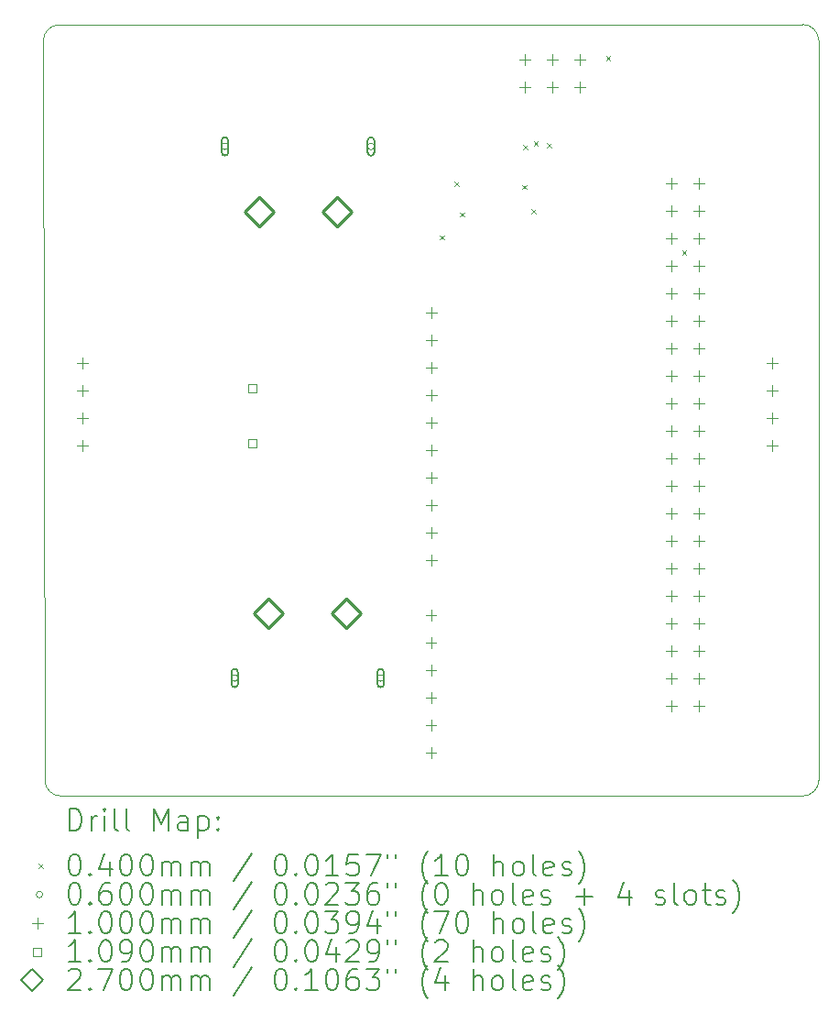
<source format=gbr>
%TF.GenerationSoftware,KiCad,Pcbnew,7.0.2-0*%
%TF.CreationDate,2024-02-16T15:53:20-05:00*%
%TF.ProjectId,Pi_HAT_V4,50695f48-4154-45f5-9634-2e6b69636164,rev?*%
%TF.SameCoordinates,Original*%
%TF.FileFunction,Drillmap*%
%TF.FilePolarity,Positive*%
%FSLAX45Y45*%
G04 Gerber Fmt 4.5, Leading zero omitted, Abs format (unit mm)*
G04 Created by KiCad (PCBNEW 7.0.2-0) date 2024-02-16 15:53:20*
%MOMM*%
%LPD*%
G01*
G04 APERTURE LIST*
%ADD10C,0.100000*%
%ADD11C,0.200000*%
%ADD12C,0.040000*%
%ADD13C,0.060000*%
%ADD14C,0.109000*%
%ADD15C,0.270000*%
G04 APERTURE END LIST*
D10*
X9446066Y-6476250D02*
X16315000Y-6473750D01*
X9446066Y-6476246D02*
G75*
G03*
X9296066Y-6626250I4J-150004D01*
G01*
X9310000Y-13450000D02*
X9296066Y-6626250D01*
X16316434Y-13598934D02*
G75*
G03*
X16466434Y-13448934I-4J150004D01*
G01*
X16465000Y-6623750D02*
X16466434Y-13448934D01*
X9310000Y-13450000D02*
G75*
G03*
X9460000Y-13600000I150000J0D01*
G01*
X16465000Y-6623750D02*
G75*
G03*
X16315000Y-6473750I-150000J0D01*
G01*
X16316434Y-13598934D02*
X9460000Y-13600000D01*
D11*
D12*
X12960000Y-8420000D02*
X13000000Y-8460000D01*
X13000000Y-8420000D02*
X12960000Y-8460000D01*
X13095000Y-7925000D02*
X13135000Y-7965000D01*
X13135000Y-7925000D02*
X13095000Y-7965000D01*
X13150000Y-8210000D02*
X13190000Y-8250000D01*
X13190000Y-8210000D02*
X13150000Y-8250000D01*
X13725000Y-7955000D02*
X13765000Y-7995000D01*
X13765000Y-7955000D02*
X13725000Y-7995000D01*
X13734599Y-7584813D02*
X13774599Y-7624813D01*
X13774599Y-7584813D02*
X13734599Y-7624813D01*
X13810000Y-8180000D02*
X13850000Y-8220000D01*
X13850000Y-8180000D02*
X13810000Y-8220000D01*
X13830000Y-7555000D02*
X13870000Y-7595000D01*
X13870000Y-7555000D02*
X13830000Y-7595000D01*
X13950000Y-7570000D02*
X13990000Y-7610000D01*
X13990000Y-7570000D02*
X13950000Y-7610000D01*
X14498640Y-6766880D02*
X14538640Y-6806880D01*
X14538640Y-6766880D02*
X14498640Y-6806880D01*
X15199680Y-8560120D02*
X15239680Y-8600120D01*
X15239680Y-8560120D02*
X15199680Y-8600120D01*
D13*
X11005000Y-7600000D02*
G75*
G03*
X11005000Y-7600000I-30000J0D01*
G01*
D11*
X10945000Y-7545000D02*
X10945000Y-7655000D01*
X10945000Y-7655000D02*
G75*
G03*
X11005000Y-7655000I30000J0D01*
G01*
X11005000Y-7655000D02*
X11005000Y-7545000D01*
X11005000Y-7545000D02*
G75*
G03*
X10945000Y-7545000I-30000J0D01*
G01*
D13*
X11095000Y-12510000D02*
G75*
G03*
X11095000Y-12510000I-30000J0D01*
G01*
D11*
X11095000Y-12565000D02*
X11095000Y-12455000D01*
X11095000Y-12455000D02*
G75*
G03*
X11035000Y-12455000I-30000J0D01*
G01*
X11035000Y-12455000D02*
X11035000Y-12565000D01*
X11035000Y-12565000D02*
G75*
G03*
X11095000Y-12565000I30000J0D01*
G01*
D13*
X12355000Y-7600000D02*
G75*
G03*
X12355000Y-7600000I-30000J0D01*
G01*
D11*
X12295000Y-7545000D02*
X12295000Y-7655000D01*
X12295000Y-7655000D02*
G75*
G03*
X12355000Y-7655000I30000J0D01*
G01*
X12355000Y-7655000D02*
X12355000Y-7545000D01*
X12355000Y-7545000D02*
G75*
G03*
X12295000Y-7545000I-30000J0D01*
G01*
D13*
X12445000Y-12510000D02*
G75*
G03*
X12445000Y-12510000I-30000J0D01*
G01*
D11*
X12445000Y-12565000D02*
X12445000Y-12455000D01*
X12445000Y-12455000D02*
G75*
G03*
X12385000Y-12455000I-30000J0D01*
G01*
X12385000Y-12455000D02*
X12385000Y-12565000D01*
X12385000Y-12565000D02*
G75*
G03*
X12445000Y-12565000I30000J0D01*
G01*
D10*
X9655000Y-9550000D02*
X9655000Y-9650000D01*
X9605000Y-9600000D02*
X9705000Y-9600000D01*
X9655000Y-9804000D02*
X9655000Y-9904000D01*
X9605000Y-9854000D02*
X9705000Y-9854000D01*
X9655000Y-10058000D02*
X9655000Y-10158000D01*
X9605000Y-10108000D02*
X9705000Y-10108000D01*
X9655000Y-10312000D02*
X9655000Y-10412000D01*
X9605000Y-10362000D02*
X9705000Y-10362000D01*
X12880000Y-11880000D02*
X12880000Y-11980000D01*
X12830000Y-11930000D02*
X12930000Y-11930000D01*
X12880000Y-12134000D02*
X12880000Y-12234000D01*
X12830000Y-12184000D02*
X12930000Y-12184000D01*
X12880000Y-12388000D02*
X12880000Y-12488000D01*
X12830000Y-12438000D02*
X12930000Y-12438000D01*
X12880000Y-12642000D02*
X12880000Y-12742000D01*
X12830000Y-12692000D02*
X12930000Y-12692000D01*
X12880000Y-12896000D02*
X12880000Y-12996000D01*
X12830000Y-12946000D02*
X12930000Y-12946000D01*
X12880000Y-13150000D02*
X12880000Y-13250000D01*
X12830000Y-13200000D02*
X12930000Y-13200000D01*
X12881500Y-9085420D02*
X12881500Y-9185420D01*
X12831500Y-9135420D02*
X12931500Y-9135420D01*
X12881500Y-9339420D02*
X12881500Y-9439420D01*
X12831500Y-9389420D02*
X12931500Y-9389420D01*
X12881500Y-9593420D02*
X12881500Y-9693420D01*
X12831500Y-9643420D02*
X12931500Y-9643420D01*
X12881500Y-9847420D02*
X12881500Y-9947420D01*
X12831500Y-9897420D02*
X12931500Y-9897420D01*
X12881500Y-10101420D02*
X12881500Y-10201420D01*
X12831500Y-10151420D02*
X12931500Y-10151420D01*
X12881500Y-10355420D02*
X12881500Y-10455420D01*
X12831500Y-10405420D02*
X12931500Y-10405420D01*
X12881500Y-10609420D02*
X12881500Y-10709420D01*
X12831500Y-10659420D02*
X12931500Y-10659420D01*
X12881500Y-10863420D02*
X12881500Y-10963420D01*
X12831500Y-10913420D02*
X12931500Y-10913420D01*
X12881500Y-11117420D02*
X12881500Y-11217420D01*
X12831500Y-11167420D02*
X12931500Y-11167420D01*
X12881500Y-11371420D02*
X12881500Y-11471420D01*
X12831500Y-11421420D02*
X12931500Y-11421420D01*
X13747500Y-6748500D02*
X13747500Y-6848500D01*
X13697500Y-6798500D02*
X13797500Y-6798500D01*
X13747500Y-7002500D02*
X13747500Y-7102500D01*
X13697500Y-7052500D02*
X13797500Y-7052500D01*
X14001500Y-6748500D02*
X14001500Y-6848500D01*
X13951500Y-6798500D02*
X14051500Y-6798500D01*
X14001500Y-7002500D02*
X14001500Y-7102500D01*
X13951500Y-7052500D02*
X14051500Y-7052500D01*
X14255500Y-6748500D02*
X14255500Y-6848500D01*
X14205500Y-6798500D02*
X14305500Y-6798500D01*
X14255500Y-7002500D02*
X14255500Y-7102500D01*
X14205500Y-7052500D02*
X14305500Y-7052500D01*
X15100000Y-7890000D02*
X15100000Y-7990000D01*
X15050000Y-7940000D02*
X15150000Y-7940000D01*
X15100000Y-8144000D02*
X15100000Y-8244000D01*
X15050000Y-8194000D02*
X15150000Y-8194000D01*
X15100000Y-8398000D02*
X15100000Y-8498000D01*
X15050000Y-8448000D02*
X15150000Y-8448000D01*
X15100000Y-8652000D02*
X15100000Y-8752000D01*
X15050000Y-8702000D02*
X15150000Y-8702000D01*
X15100000Y-8906000D02*
X15100000Y-9006000D01*
X15050000Y-8956000D02*
X15150000Y-8956000D01*
X15100000Y-9160000D02*
X15100000Y-9260000D01*
X15050000Y-9210000D02*
X15150000Y-9210000D01*
X15100000Y-9414000D02*
X15100000Y-9514000D01*
X15050000Y-9464000D02*
X15150000Y-9464000D01*
X15100000Y-9668000D02*
X15100000Y-9768000D01*
X15050000Y-9718000D02*
X15150000Y-9718000D01*
X15100000Y-9922000D02*
X15100000Y-10022000D01*
X15050000Y-9972000D02*
X15150000Y-9972000D01*
X15100000Y-10176000D02*
X15100000Y-10276000D01*
X15050000Y-10226000D02*
X15150000Y-10226000D01*
X15100000Y-10430000D02*
X15100000Y-10530000D01*
X15050000Y-10480000D02*
X15150000Y-10480000D01*
X15100000Y-10684000D02*
X15100000Y-10784000D01*
X15050000Y-10734000D02*
X15150000Y-10734000D01*
X15100000Y-10938000D02*
X15100000Y-11038000D01*
X15050000Y-10988000D02*
X15150000Y-10988000D01*
X15100000Y-11192000D02*
X15100000Y-11292000D01*
X15050000Y-11242000D02*
X15150000Y-11242000D01*
X15100000Y-11446000D02*
X15100000Y-11546000D01*
X15050000Y-11496000D02*
X15150000Y-11496000D01*
X15100000Y-11700000D02*
X15100000Y-11800000D01*
X15050000Y-11750000D02*
X15150000Y-11750000D01*
X15100000Y-11954000D02*
X15100000Y-12054000D01*
X15050000Y-12004000D02*
X15150000Y-12004000D01*
X15100000Y-12208000D02*
X15100000Y-12308000D01*
X15050000Y-12258000D02*
X15150000Y-12258000D01*
X15100000Y-12462000D02*
X15100000Y-12562000D01*
X15050000Y-12512000D02*
X15150000Y-12512000D01*
X15100000Y-12716000D02*
X15100000Y-12816000D01*
X15050000Y-12766000D02*
X15150000Y-12766000D01*
X15354000Y-7890000D02*
X15354000Y-7990000D01*
X15304000Y-7940000D02*
X15404000Y-7940000D01*
X15354000Y-8144000D02*
X15354000Y-8244000D01*
X15304000Y-8194000D02*
X15404000Y-8194000D01*
X15354000Y-8398000D02*
X15354000Y-8498000D01*
X15304000Y-8448000D02*
X15404000Y-8448000D01*
X15354000Y-8652000D02*
X15354000Y-8752000D01*
X15304000Y-8702000D02*
X15404000Y-8702000D01*
X15354000Y-8906000D02*
X15354000Y-9006000D01*
X15304000Y-8956000D02*
X15404000Y-8956000D01*
X15354000Y-9160000D02*
X15354000Y-9260000D01*
X15304000Y-9210000D02*
X15404000Y-9210000D01*
X15354000Y-9414000D02*
X15354000Y-9514000D01*
X15304000Y-9464000D02*
X15404000Y-9464000D01*
X15354000Y-9668000D02*
X15354000Y-9768000D01*
X15304000Y-9718000D02*
X15404000Y-9718000D01*
X15354000Y-9922000D02*
X15354000Y-10022000D01*
X15304000Y-9972000D02*
X15404000Y-9972000D01*
X15354000Y-10176000D02*
X15354000Y-10276000D01*
X15304000Y-10226000D02*
X15404000Y-10226000D01*
X15354000Y-10430000D02*
X15354000Y-10530000D01*
X15304000Y-10480000D02*
X15404000Y-10480000D01*
X15354000Y-10684000D02*
X15354000Y-10784000D01*
X15304000Y-10734000D02*
X15404000Y-10734000D01*
X15354000Y-10938000D02*
X15354000Y-11038000D01*
X15304000Y-10988000D02*
X15404000Y-10988000D01*
X15354000Y-11192000D02*
X15354000Y-11292000D01*
X15304000Y-11242000D02*
X15404000Y-11242000D01*
X15354000Y-11446000D02*
X15354000Y-11546000D01*
X15304000Y-11496000D02*
X15404000Y-11496000D01*
X15354000Y-11700000D02*
X15354000Y-11800000D01*
X15304000Y-11750000D02*
X15404000Y-11750000D01*
X15354000Y-11954000D02*
X15354000Y-12054000D01*
X15304000Y-12004000D02*
X15404000Y-12004000D01*
X15354000Y-12208000D02*
X15354000Y-12308000D01*
X15304000Y-12258000D02*
X15404000Y-12258000D01*
X15354000Y-12462000D02*
X15354000Y-12562000D01*
X15304000Y-12512000D02*
X15404000Y-12512000D01*
X15354000Y-12716000D02*
X15354000Y-12816000D01*
X15304000Y-12766000D02*
X15404000Y-12766000D01*
X16035000Y-9550000D02*
X16035000Y-9650000D01*
X15985000Y-9600000D02*
X16085000Y-9600000D01*
X16035000Y-9804000D02*
X16035000Y-9904000D01*
X15985000Y-9854000D02*
X16085000Y-9854000D01*
X16035000Y-10058000D02*
X16035000Y-10158000D01*
X15985000Y-10108000D02*
X16085000Y-10108000D01*
X16035000Y-10312000D02*
X16035000Y-10412000D01*
X15985000Y-10362000D02*
X16085000Y-10362000D01*
D14*
X11270418Y-9868338D02*
X11270418Y-9791262D01*
X11193342Y-9791262D01*
X11193342Y-9868338D01*
X11270418Y-9868338D01*
X11270418Y-10376338D02*
X11270418Y-10299262D01*
X11193342Y-10299262D01*
X11193342Y-10376338D01*
X11270418Y-10376338D01*
D15*
X11290000Y-8335000D02*
X11425000Y-8200000D01*
X11290000Y-8065000D01*
X11155000Y-8200000D01*
X11290000Y-8335000D01*
X11380000Y-12045000D02*
X11515000Y-11910000D01*
X11380000Y-11775000D01*
X11245000Y-11910000D01*
X11380000Y-12045000D01*
X12010000Y-8335000D02*
X12145000Y-8200000D01*
X12010000Y-8065000D01*
X11875000Y-8200000D01*
X12010000Y-8335000D01*
X12100000Y-12045000D02*
X12235000Y-11910000D01*
X12100000Y-11775000D01*
X11965000Y-11910000D01*
X12100000Y-12045000D01*
D11*
X9538685Y-13917524D02*
X9538685Y-13717524D01*
X9538685Y-13717524D02*
X9586304Y-13717524D01*
X9586304Y-13717524D02*
X9614876Y-13727048D01*
X9614876Y-13727048D02*
X9633923Y-13746095D01*
X9633923Y-13746095D02*
X9643447Y-13765143D01*
X9643447Y-13765143D02*
X9652971Y-13803238D01*
X9652971Y-13803238D02*
X9652971Y-13831809D01*
X9652971Y-13831809D02*
X9643447Y-13869905D01*
X9643447Y-13869905D02*
X9633923Y-13888952D01*
X9633923Y-13888952D02*
X9614876Y-13908000D01*
X9614876Y-13908000D02*
X9586304Y-13917524D01*
X9586304Y-13917524D02*
X9538685Y-13917524D01*
X9738685Y-13917524D02*
X9738685Y-13784190D01*
X9738685Y-13822286D02*
X9748209Y-13803238D01*
X9748209Y-13803238D02*
X9757733Y-13793714D01*
X9757733Y-13793714D02*
X9776780Y-13784190D01*
X9776780Y-13784190D02*
X9795828Y-13784190D01*
X9862495Y-13917524D02*
X9862495Y-13784190D01*
X9862495Y-13717524D02*
X9852971Y-13727048D01*
X9852971Y-13727048D02*
X9862495Y-13736571D01*
X9862495Y-13736571D02*
X9872018Y-13727048D01*
X9872018Y-13727048D02*
X9862495Y-13717524D01*
X9862495Y-13717524D02*
X9862495Y-13736571D01*
X9986304Y-13917524D02*
X9967256Y-13908000D01*
X9967256Y-13908000D02*
X9957733Y-13888952D01*
X9957733Y-13888952D02*
X9957733Y-13717524D01*
X10091066Y-13917524D02*
X10072018Y-13908000D01*
X10072018Y-13908000D02*
X10062495Y-13888952D01*
X10062495Y-13888952D02*
X10062495Y-13717524D01*
X10319637Y-13917524D02*
X10319637Y-13717524D01*
X10319637Y-13717524D02*
X10386304Y-13860381D01*
X10386304Y-13860381D02*
X10452971Y-13717524D01*
X10452971Y-13717524D02*
X10452971Y-13917524D01*
X10633923Y-13917524D02*
X10633923Y-13812762D01*
X10633923Y-13812762D02*
X10624399Y-13793714D01*
X10624399Y-13793714D02*
X10605352Y-13784190D01*
X10605352Y-13784190D02*
X10567256Y-13784190D01*
X10567256Y-13784190D02*
X10548209Y-13793714D01*
X10633923Y-13908000D02*
X10614876Y-13917524D01*
X10614876Y-13917524D02*
X10567256Y-13917524D01*
X10567256Y-13917524D02*
X10548209Y-13908000D01*
X10548209Y-13908000D02*
X10538685Y-13888952D01*
X10538685Y-13888952D02*
X10538685Y-13869905D01*
X10538685Y-13869905D02*
X10548209Y-13850857D01*
X10548209Y-13850857D02*
X10567256Y-13841333D01*
X10567256Y-13841333D02*
X10614876Y-13841333D01*
X10614876Y-13841333D02*
X10633923Y-13831809D01*
X10729161Y-13784190D02*
X10729161Y-13984190D01*
X10729161Y-13793714D02*
X10748209Y-13784190D01*
X10748209Y-13784190D02*
X10786304Y-13784190D01*
X10786304Y-13784190D02*
X10805352Y-13793714D01*
X10805352Y-13793714D02*
X10814876Y-13803238D01*
X10814876Y-13803238D02*
X10824399Y-13822286D01*
X10824399Y-13822286D02*
X10824399Y-13879428D01*
X10824399Y-13879428D02*
X10814876Y-13898476D01*
X10814876Y-13898476D02*
X10805352Y-13908000D01*
X10805352Y-13908000D02*
X10786304Y-13917524D01*
X10786304Y-13917524D02*
X10748209Y-13917524D01*
X10748209Y-13917524D02*
X10729161Y-13908000D01*
X10910114Y-13898476D02*
X10919637Y-13908000D01*
X10919637Y-13908000D02*
X10910114Y-13917524D01*
X10910114Y-13917524D02*
X10900590Y-13908000D01*
X10900590Y-13908000D02*
X10910114Y-13898476D01*
X10910114Y-13898476D02*
X10910114Y-13917524D01*
X10910114Y-13793714D02*
X10919637Y-13803238D01*
X10919637Y-13803238D02*
X10910114Y-13812762D01*
X10910114Y-13812762D02*
X10900590Y-13803238D01*
X10900590Y-13803238D02*
X10910114Y-13793714D01*
X10910114Y-13793714D02*
X10910114Y-13812762D01*
D12*
X9251066Y-14225000D02*
X9291066Y-14265000D01*
X9291066Y-14225000D02*
X9251066Y-14265000D01*
D11*
X9576780Y-14137524D02*
X9595828Y-14137524D01*
X9595828Y-14137524D02*
X9614876Y-14147048D01*
X9614876Y-14147048D02*
X9624399Y-14156571D01*
X9624399Y-14156571D02*
X9633923Y-14175619D01*
X9633923Y-14175619D02*
X9643447Y-14213714D01*
X9643447Y-14213714D02*
X9643447Y-14261333D01*
X9643447Y-14261333D02*
X9633923Y-14299428D01*
X9633923Y-14299428D02*
X9624399Y-14318476D01*
X9624399Y-14318476D02*
X9614876Y-14328000D01*
X9614876Y-14328000D02*
X9595828Y-14337524D01*
X9595828Y-14337524D02*
X9576780Y-14337524D01*
X9576780Y-14337524D02*
X9557733Y-14328000D01*
X9557733Y-14328000D02*
X9548209Y-14318476D01*
X9548209Y-14318476D02*
X9538685Y-14299428D01*
X9538685Y-14299428D02*
X9529161Y-14261333D01*
X9529161Y-14261333D02*
X9529161Y-14213714D01*
X9529161Y-14213714D02*
X9538685Y-14175619D01*
X9538685Y-14175619D02*
X9548209Y-14156571D01*
X9548209Y-14156571D02*
X9557733Y-14147048D01*
X9557733Y-14147048D02*
X9576780Y-14137524D01*
X9729161Y-14318476D02*
X9738685Y-14328000D01*
X9738685Y-14328000D02*
X9729161Y-14337524D01*
X9729161Y-14337524D02*
X9719637Y-14328000D01*
X9719637Y-14328000D02*
X9729161Y-14318476D01*
X9729161Y-14318476D02*
X9729161Y-14337524D01*
X9910114Y-14204190D02*
X9910114Y-14337524D01*
X9862495Y-14128000D02*
X9814876Y-14270857D01*
X9814876Y-14270857D02*
X9938685Y-14270857D01*
X10052971Y-14137524D02*
X10072018Y-14137524D01*
X10072018Y-14137524D02*
X10091066Y-14147048D01*
X10091066Y-14147048D02*
X10100590Y-14156571D01*
X10100590Y-14156571D02*
X10110114Y-14175619D01*
X10110114Y-14175619D02*
X10119637Y-14213714D01*
X10119637Y-14213714D02*
X10119637Y-14261333D01*
X10119637Y-14261333D02*
X10110114Y-14299428D01*
X10110114Y-14299428D02*
X10100590Y-14318476D01*
X10100590Y-14318476D02*
X10091066Y-14328000D01*
X10091066Y-14328000D02*
X10072018Y-14337524D01*
X10072018Y-14337524D02*
X10052971Y-14337524D01*
X10052971Y-14337524D02*
X10033923Y-14328000D01*
X10033923Y-14328000D02*
X10024399Y-14318476D01*
X10024399Y-14318476D02*
X10014876Y-14299428D01*
X10014876Y-14299428D02*
X10005352Y-14261333D01*
X10005352Y-14261333D02*
X10005352Y-14213714D01*
X10005352Y-14213714D02*
X10014876Y-14175619D01*
X10014876Y-14175619D02*
X10024399Y-14156571D01*
X10024399Y-14156571D02*
X10033923Y-14147048D01*
X10033923Y-14147048D02*
X10052971Y-14137524D01*
X10243447Y-14137524D02*
X10262495Y-14137524D01*
X10262495Y-14137524D02*
X10281542Y-14147048D01*
X10281542Y-14147048D02*
X10291066Y-14156571D01*
X10291066Y-14156571D02*
X10300590Y-14175619D01*
X10300590Y-14175619D02*
X10310114Y-14213714D01*
X10310114Y-14213714D02*
X10310114Y-14261333D01*
X10310114Y-14261333D02*
X10300590Y-14299428D01*
X10300590Y-14299428D02*
X10291066Y-14318476D01*
X10291066Y-14318476D02*
X10281542Y-14328000D01*
X10281542Y-14328000D02*
X10262495Y-14337524D01*
X10262495Y-14337524D02*
X10243447Y-14337524D01*
X10243447Y-14337524D02*
X10224399Y-14328000D01*
X10224399Y-14328000D02*
X10214876Y-14318476D01*
X10214876Y-14318476D02*
X10205352Y-14299428D01*
X10205352Y-14299428D02*
X10195828Y-14261333D01*
X10195828Y-14261333D02*
X10195828Y-14213714D01*
X10195828Y-14213714D02*
X10205352Y-14175619D01*
X10205352Y-14175619D02*
X10214876Y-14156571D01*
X10214876Y-14156571D02*
X10224399Y-14147048D01*
X10224399Y-14147048D02*
X10243447Y-14137524D01*
X10395828Y-14337524D02*
X10395828Y-14204190D01*
X10395828Y-14223238D02*
X10405352Y-14213714D01*
X10405352Y-14213714D02*
X10424399Y-14204190D01*
X10424399Y-14204190D02*
X10452971Y-14204190D01*
X10452971Y-14204190D02*
X10472018Y-14213714D01*
X10472018Y-14213714D02*
X10481542Y-14232762D01*
X10481542Y-14232762D02*
X10481542Y-14337524D01*
X10481542Y-14232762D02*
X10491066Y-14213714D01*
X10491066Y-14213714D02*
X10510114Y-14204190D01*
X10510114Y-14204190D02*
X10538685Y-14204190D01*
X10538685Y-14204190D02*
X10557733Y-14213714D01*
X10557733Y-14213714D02*
X10567257Y-14232762D01*
X10567257Y-14232762D02*
X10567257Y-14337524D01*
X10662495Y-14337524D02*
X10662495Y-14204190D01*
X10662495Y-14223238D02*
X10672018Y-14213714D01*
X10672018Y-14213714D02*
X10691066Y-14204190D01*
X10691066Y-14204190D02*
X10719638Y-14204190D01*
X10719638Y-14204190D02*
X10738685Y-14213714D01*
X10738685Y-14213714D02*
X10748209Y-14232762D01*
X10748209Y-14232762D02*
X10748209Y-14337524D01*
X10748209Y-14232762D02*
X10757733Y-14213714D01*
X10757733Y-14213714D02*
X10776780Y-14204190D01*
X10776780Y-14204190D02*
X10805352Y-14204190D01*
X10805352Y-14204190D02*
X10824399Y-14213714D01*
X10824399Y-14213714D02*
X10833923Y-14232762D01*
X10833923Y-14232762D02*
X10833923Y-14337524D01*
X11224399Y-14128000D02*
X11052971Y-14385143D01*
X11481542Y-14137524D02*
X11500590Y-14137524D01*
X11500590Y-14137524D02*
X11519638Y-14147048D01*
X11519638Y-14147048D02*
X11529161Y-14156571D01*
X11529161Y-14156571D02*
X11538685Y-14175619D01*
X11538685Y-14175619D02*
X11548209Y-14213714D01*
X11548209Y-14213714D02*
X11548209Y-14261333D01*
X11548209Y-14261333D02*
X11538685Y-14299428D01*
X11538685Y-14299428D02*
X11529161Y-14318476D01*
X11529161Y-14318476D02*
X11519638Y-14328000D01*
X11519638Y-14328000D02*
X11500590Y-14337524D01*
X11500590Y-14337524D02*
X11481542Y-14337524D01*
X11481542Y-14337524D02*
X11462495Y-14328000D01*
X11462495Y-14328000D02*
X11452971Y-14318476D01*
X11452971Y-14318476D02*
X11443447Y-14299428D01*
X11443447Y-14299428D02*
X11433923Y-14261333D01*
X11433923Y-14261333D02*
X11433923Y-14213714D01*
X11433923Y-14213714D02*
X11443447Y-14175619D01*
X11443447Y-14175619D02*
X11452971Y-14156571D01*
X11452971Y-14156571D02*
X11462495Y-14147048D01*
X11462495Y-14147048D02*
X11481542Y-14137524D01*
X11633923Y-14318476D02*
X11643447Y-14328000D01*
X11643447Y-14328000D02*
X11633923Y-14337524D01*
X11633923Y-14337524D02*
X11624399Y-14328000D01*
X11624399Y-14328000D02*
X11633923Y-14318476D01*
X11633923Y-14318476D02*
X11633923Y-14337524D01*
X11767257Y-14137524D02*
X11786304Y-14137524D01*
X11786304Y-14137524D02*
X11805352Y-14147048D01*
X11805352Y-14147048D02*
X11814876Y-14156571D01*
X11814876Y-14156571D02*
X11824399Y-14175619D01*
X11824399Y-14175619D02*
X11833923Y-14213714D01*
X11833923Y-14213714D02*
X11833923Y-14261333D01*
X11833923Y-14261333D02*
X11824399Y-14299428D01*
X11824399Y-14299428D02*
X11814876Y-14318476D01*
X11814876Y-14318476D02*
X11805352Y-14328000D01*
X11805352Y-14328000D02*
X11786304Y-14337524D01*
X11786304Y-14337524D02*
X11767257Y-14337524D01*
X11767257Y-14337524D02*
X11748209Y-14328000D01*
X11748209Y-14328000D02*
X11738685Y-14318476D01*
X11738685Y-14318476D02*
X11729161Y-14299428D01*
X11729161Y-14299428D02*
X11719638Y-14261333D01*
X11719638Y-14261333D02*
X11719638Y-14213714D01*
X11719638Y-14213714D02*
X11729161Y-14175619D01*
X11729161Y-14175619D02*
X11738685Y-14156571D01*
X11738685Y-14156571D02*
X11748209Y-14147048D01*
X11748209Y-14147048D02*
X11767257Y-14137524D01*
X12024399Y-14337524D02*
X11910114Y-14337524D01*
X11967257Y-14337524D02*
X11967257Y-14137524D01*
X11967257Y-14137524D02*
X11948209Y-14166095D01*
X11948209Y-14166095D02*
X11929161Y-14185143D01*
X11929161Y-14185143D02*
X11910114Y-14194667D01*
X12205352Y-14137524D02*
X12110114Y-14137524D01*
X12110114Y-14137524D02*
X12100590Y-14232762D01*
X12100590Y-14232762D02*
X12110114Y-14223238D01*
X12110114Y-14223238D02*
X12129161Y-14213714D01*
X12129161Y-14213714D02*
X12176780Y-14213714D01*
X12176780Y-14213714D02*
X12195828Y-14223238D01*
X12195828Y-14223238D02*
X12205352Y-14232762D01*
X12205352Y-14232762D02*
X12214876Y-14251809D01*
X12214876Y-14251809D02*
X12214876Y-14299428D01*
X12214876Y-14299428D02*
X12205352Y-14318476D01*
X12205352Y-14318476D02*
X12195828Y-14328000D01*
X12195828Y-14328000D02*
X12176780Y-14337524D01*
X12176780Y-14337524D02*
X12129161Y-14337524D01*
X12129161Y-14337524D02*
X12110114Y-14328000D01*
X12110114Y-14328000D02*
X12100590Y-14318476D01*
X12281542Y-14137524D02*
X12414876Y-14137524D01*
X12414876Y-14137524D02*
X12329161Y-14337524D01*
X12481542Y-14137524D02*
X12481542Y-14175619D01*
X12557733Y-14137524D02*
X12557733Y-14175619D01*
X12852971Y-14413714D02*
X12843447Y-14404190D01*
X12843447Y-14404190D02*
X12824400Y-14375619D01*
X12824400Y-14375619D02*
X12814876Y-14356571D01*
X12814876Y-14356571D02*
X12805352Y-14328000D01*
X12805352Y-14328000D02*
X12795828Y-14280381D01*
X12795828Y-14280381D02*
X12795828Y-14242286D01*
X12795828Y-14242286D02*
X12805352Y-14194667D01*
X12805352Y-14194667D02*
X12814876Y-14166095D01*
X12814876Y-14166095D02*
X12824400Y-14147048D01*
X12824400Y-14147048D02*
X12843447Y-14118476D01*
X12843447Y-14118476D02*
X12852971Y-14108952D01*
X13033923Y-14337524D02*
X12919638Y-14337524D01*
X12976780Y-14337524D02*
X12976780Y-14137524D01*
X12976780Y-14137524D02*
X12957733Y-14166095D01*
X12957733Y-14166095D02*
X12938685Y-14185143D01*
X12938685Y-14185143D02*
X12919638Y-14194667D01*
X13157733Y-14137524D02*
X13176781Y-14137524D01*
X13176781Y-14137524D02*
X13195828Y-14147048D01*
X13195828Y-14147048D02*
X13205352Y-14156571D01*
X13205352Y-14156571D02*
X13214876Y-14175619D01*
X13214876Y-14175619D02*
X13224400Y-14213714D01*
X13224400Y-14213714D02*
X13224400Y-14261333D01*
X13224400Y-14261333D02*
X13214876Y-14299428D01*
X13214876Y-14299428D02*
X13205352Y-14318476D01*
X13205352Y-14318476D02*
X13195828Y-14328000D01*
X13195828Y-14328000D02*
X13176781Y-14337524D01*
X13176781Y-14337524D02*
X13157733Y-14337524D01*
X13157733Y-14337524D02*
X13138685Y-14328000D01*
X13138685Y-14328000D02*
X13129161Y-14318476D01*
X13129161Y-14318476D02*
X13119638Y-14299428D01*
X13119638Y-14299428D02*
X13110114Y-14261333D01*
X13110114Y-14261333D02*
X13110114Y-14213714D01*
X13110114Y-14213714D02*
X13119638Y-14175619D01*
X13119638Y-14175619D02*
X13129161Y-14156571D01*
X13129161Y-14156571D02*
X13138685Y-14147048D01*
X13138685Y-14147048D02*
X13157733Y-14137524D01*
X13462495Y-14337524D02*
X13462495Y-14137524D01*
X13548209Y-14337524D02*
X13548209Y-14232762D01*
X13548209Y-14232762D02*
X13538685Y-14213714D01*
X13538685Y-14213714D02*
X13519638Y-14204190D01*
X13519638Y-14204190D02*
X13491066Y-14204190D01*
X13491066Y-14204190D02*
X13472019Y-14213714D01*
X13472019Y-14213714D02*
X13462495Y-14223238D01*
X13672019Y-14337524D02*
X13652971Y-14328000D01*
X13652971Y-14328000D02*
X13643447Y-14318476D01*
X13643447Y-14318476D02*
X13633923Y-14299428D01*
X13633923Y-14299428D02*
X13633923Y-14242286D01*
X13633923Y-14242286D02*
X13643447Y-14223238D01*
X13643447Y-14223238D02*
X13652971Y-14213714D01*
X13652971Y-14213714D02*
X13672019Y-14204190D01*
X13672019Y-14204190D02*
X13700590Y-14204190D01*
X13700590Y-14204190D02*
X13719638Y-14213714D01*
X13719638Y-14213714D02*
X13729162Y-14223238D01*
X13729162Y-14223238D02*
X13738685Y-14242286D01*
X13738685Y-14242286D02*
X13738685Y-14299428D01*
X13738685Y-14299428D02*
X13729162Y-14318476D01*
X13729162Y-14318476D02*
X13719638Y-14328000D01*
X13719638Y-14328000D02*
X13700590Y-14337524D01*
X13700590Y-14337524D02*
X13672019Y-14337524D01*
X13852971Y-14337524D02*
X13833923Y-14328000D01*
X13833923Y-14328000D02*
X13824400Y-14308952D01*
X13824400Y-14308952D02*
X13824400Y-14137524D01*
X14005352Y-14328000D02*
X13986304Y-14337524D01*
X13986304Y-14337524D02*
X13948209Y-14337524D01*
X13948209Y-14337524D02*
X13929162Y-14328000D01*
X13929162Y-14328000D02*
X13919638Y-14308952D01*
X13919638Y-14308952D02*
X13919638Y-14232762D01*
X13919638Y-14232762D02*
X13929162Y-14213714D01*
X13929162Y-14213714D02*
X13948209Y-14204190D01*
X13948209Y-14204190D02*
X13986304Y-14204190D01*
X13986304Y-14204190D02*
X14005352Y-14213714D01*
X14005352Y-14213714D02*
X14014876Y-14232762D01*
X14014876Y-14232762D02*
X14014876Y-14251809D01*
X14014876Y-14251809D02*
X13919638Y-14270857D01*
X14091066Y-14328000D02*
X14110114Y-14337524D01*
X14110114Y-14337524D02*
X14148209Y-14337524D01*
X14148209Y-14337524D02*
X14167257Y-14328000D01*
X14167257Y-14328000D02*
X14176781Y-14308952D01*
X14176781Y-14308952D02*
X14176781Y-14299428D01*
X14176781Y-14299428D02*
X14167257Y-14280381D01*
X14167257Y-14280381D02*
X14148209Y-14270857D01*
X14148209Y-14270857D02*
X14119638Y-14270857D01*
X14119638Y-14270857D02*
X14100590Y-14261333D01*
X14100590Y-14261333D02*
X14091066Y-14242286D01*
X14091066Y-14242286D02*
X14091066Y-14232762D01*
X14091066Y-14232762D02*
X14100590Y-14213714D01*
X14100590Y-14213714D02*
X14119638Y-14204190D01*
X14119638Y-14204190D02*
X14148209Y-14204190D01*
X14148209Y-14204190D02*
X14167257Y-14213714D01*
X14243447Y-14413714D02*
X14252971Y-14404190D01*
X14252971Y-14404190D02*
X14272019Y-14375619D01*
X14272019Y-14375619D02*
X14281543Y-14356571D01*
X14281543Y-14356571D02*
X14291066Y-14328000D01*
X14291066Y-14328000D02*
X14300590Y-14280381D01*
X14300590Y-14280381D02*
X14300590Y-14242286D01*
X14300590Y-14242286D02*
X14291066Y-14194667D01*
X14291066Y-14194667D02*
X14281543Y-14166095D01*
X14281543Y-14166095D02*
X14272019Y-14147048D01*
X14272019Y-14147048D02*
X14252971Y-14118476D01*
X14252971Y-14118476D02*
X14243447Y-14108952D01*
D13*
X9291066Y-14509000D02*
G75*
G03*
X9291066Y-14509000I-30000J0D01*
G01*
D11*
X9576780Y-14401524D02*
X9595828Y-14401524D01*
X9595828Y-14401524D02*
X9614876Y-14411048D01*
X9614876Y-14411048D02*
X9624399Y-14420571D01*
X9624399Y-14420571D02*
X9633923Y-14439619D01*
X9633923Y-14439619D02*
X9643447Y-14477714D01*
X9643447Y-14477714D02*
X9643447Y-14525333D01*
X9643447Y-14525333D02*
X9633923Y-14563428D01*
X9633923Y-14563428D02*
X9624399Y-14582476D01*
X9624399Y-14582476D02*
X9614876Y-14592000D01*
X9614876Y-14592000D02*
X9595828Y-14601524D01*
X9595828Y-14601524D02*
X9576780Y-14601524D01*
X9576780Y-14601524D02*
X9557733Y-14592000D01*
X9557733Y-14592000D02*
X9548209Y-14582476D01*
X9548209Y-14582476D02*
X9538685Y-14563428D01*
X9538685Y-14563428D02*
X9529161Y-14525333D01*
X9529161Y-14525333D02*
X9529161Y-14477714D01*
X9529161Y-14477714D02*
X9538685Y-14439619D01*
X9538685Y-14439619D02*
X9548209Y-14420571D01*
X9548209Y-14420571D02*
X9557733Y-14411048D01*
X9557733Y-14411048D02*
X9576780Y-14401524D01*
X9729161Y-14582476D02*
X9738685Y-14592000D01*
X9738685Y-14592000D02*
X9729161Y-14601524D01*
X9729161Y-14601524D02*
X9719637Y-14592000D01*
X9719637Y-14592000D02*
X9729161Y-14582476D01*
X9729161Y-14582476D02*
X9729161Y-14601524D01*
X9910114Y-14401524D02*
X9872018Y-14401524D01*
X9872018Y-14401524D02*
X9852971Y-14411048D01*
X9852971Y-14411048D02*
X9843447Y-14420571D01*
X9843447Y-14420571D02*
X9824399Y-14449143D01*
X9824399Y-14449143D02*
X9814876Y-14487238D01*
X9814876Y-14487238D02*
X9814876Y-14563428D01*
X9814876Y-14563428D02*
X9824399Y-14582476D01*
X9824399Y-14582476D02*
X9833923Y-14592000D01*
X9833923Y-14592000D02*
X9852971Y-14601524D01*
X9852971Y-14601524D02*
X9891066Y-14601524D01*
X9891066Y-14601524D02*
X9910114Y-14592000D01*
X9910114Y-14592000D02*
X9919637Y-14582476D01*
X9919637Y-14582476D02*
X9929161Y-14563428D01*
X9929161Y-14563428D02*
X9929161Y-14515809D01*
X9929161Y-14515809D02*
X9919637Y-14496762D01*
X9919637Y-14496762D02*
X9910114Y-14487238D01*
X9910114Y-14487238D02*
X9891066Y-14477714D01*
X9891066Y-14477714D02*
X9852971Y-14477714D01*
X9852971Y-14477714D02*
X9833923Y-14487238D01*
X9833923Y-14487238D02*
X9824399Y-14496762D01*
X9824399Y-14496762D02*
X9814876Y-14515809D01*
X10052971Y-14401524D02*
X10072018Y-14401524D01*
X10072018Y-14401524D02*
X10091066Y-14411048D01*
X10091066Y-14411048D02*
X10100590Y-14420571D01*
X10100590Y-14420571D02*
X10110114Y-14439619D01*
X10110114Y-14439619D02*
X10119637Y-14477714D01*
X10119637Y-14477714D02*
X10119637Y-14525333D01*
X10119637Y-14525333D02*
X10110114Y-14563428D01*
X10110114Y-14563428D02*
X10100590Y-14582476D01*
X10100590Y-14582476D02*
X10091066Y-14592000D01*
X10091066Y-14592000D02*
X10072018Y-14601524D01*
X10072018Y-14601524D02*
X10052971Y-14601524D01*
X10052971Y-14601524D02*
X10033923Y-14592000D01*
X10033923Y-14592000D02*
X10024399Y-14582476D01*
X10024399Y-14582476D02*
X10014876Y-14563428D01*
X10014876Y-14563428D02*
X10005352Y-14525333D01*
X10005352Y-14525333D02*
X10005352Y-14477714D01*
X10005352Y-14477714D02*
X10014876Y-14439619D01*
X10014876Y-14439619D02*
X10024399Y-14420571D01*
X10024399Y-14420571D02*
X10033923Y-14411048D01*
X10033923Y-14411048D02*
X10052971Y-14401524D01*
X10243447Y-14401524D02*
X10262495Y-14401524D01*
X10262495Y-14401524D02*
X10281542Y-14411048D01*
X10281542Y-14411048D02*
X10291066Y-14420571D01*
X10291066Y-14420571D02*
X10300590Y-14439619D01*
X10300590Y-14439619D02*
X10310114Y-14477714D01*
X10310114Y-14477714D02*
X10310114Y-14525333D01*
X10310114Y-14525333D02*
X10300590Y-14563428D01*
X10300590Y-14563428D02*
X10291066Y-14582476D01*
X10291066Y-14582476D02*
X10281542Y-14592000D01*
X10281542Y-14592000D02*
X10262495Y-14601524D01*
X10262495Y-14601524D02*
X10243447Y-14601524D01*
X10243447Y-14601524D02*
X10224399Y-14592000D01*
X10224399Y-14592000D02*
X10214876Y-14582476D01*
X10214876Y-14582476D02*
X10205352Y-14563428D01*
X10205352Y-14563428D02*
X10195828Y-14525333D01*
X10195828Y-14525333D02*
X10195828Y-14477714D01*
X10195828Y-14477714D02*
X10205352Y-14439619D01*
X10205352Y-14439619D02*
X10214876Y-14420571D01*
X10214876Y-14420571D02*
X10224399Y-14411048D01*
X10224399Y-14411048D02*
X10243447Y-14401524D01*
X10395828Y-14601524D02*
X10395828Y-14468190D01*
X10395828Y-14487238D02*
X10405352Y-14477714D01*
X10405352Y-14477714D02*
X10424399Y-14468190D01*
X10424399Y-14468190D02*
X10452971Y-14468190D01*
X10452971Y-14468190D02*
X10472018Y-14477714D01*
X10472018Y-14477714D02*
X10481542Y-14496762D01*
X10481542Y-14496762D02*
X10481542Y-14601524D01*
X10481542Y-14496762D02*
X10491066Y-14477714D01*
X10491066Y-14477714D02*
X10510114Y-14468190D01*
X10510114Y-14468190D02*
X10538685Y-14468190D01*
X10538685Y-14468190D02*
X10557733Y-14477714D01*
X10557733Y-14477714D02*
X10567257Y-14496762D01*
X10567257Y-14496762D02*
X10567257Y-14601524D01*
X10662495Y-14601524D02*
X10662495Y-14468190D01*
X10662495Y-14487238D02*
X10672018Y-14477714D01*
X10672018Y-14477714D02*
X10691066Y-14468190D01*
X10691066Y-14468190D02*
X10719638Y-14468190D01*
X10719638Y-14468190D02*
X10738685Y-14477714D01*
X10738685Y-14477714D02*
X10748209Y-14496762D01*
X10748209Y-14496762D02*
X10748209Y-14601524D01*
X10748209Y-14496762D02*
X10757733Y-14477714D01*
X10757733Y-14477714D02*
X10776780Y-14468190D01*
X10776780Y-14468190D02*
X10805352Y-14468190D01*
X10805352Y-14468190D02*
X10824399Y-14477714D01*
X10824399Y-14477714D02*
X10833923Y-14496762D01*
X10833923Y-14496762D02*
X10833923Y-14601524D01*
X11224399Y-14392000D02*
X11052971Y-14649143D01*
X11481542Y-14401524D02*
X11500590Y-14401524D01*
X11500590Y-14401524D02*
X11519638Y-14411048D01*
X11519638Y-14411048D02*
X11529161Y-14420571D01*
X11529161Y-14420571D02*
X11538685Y-14439619D01*
X11538685Y-14439619D02*
X11548209Y-14477714D01*
X11548209Y-14477714D02*
X11548209Y-14525333D01*
X11548209Y-14525333D02*
X11538685Y-14563428D01*
X11538685Y-14563428D02*
X11529161Y-14582476D01*
X11529161Y-14582476D02*
X11519638Y-14592000D01*
X11519638Y-14592000D02*
X11500590Y-14601524D01*
X11500590Y-14601524D02*
X11481542Y-14601524D01*
X11481542Y-14601524D02*
X11462495Y-14592000D01*
X11462495Y-14592000D02*
X11452971Y-14582476D01*
X11452971Y-14582476D02*
X11443447Y-14563428D01*
X11443447Y-14563428D02*
X11433923Y-14525333D01*
X11433923Y-14525333D02*
X11433923Y-14477714D01*
X11433923Y-14477714D02*
X11443447Y-14439619D01*
X11443447Y-14439619D02*
X11452971Y-14420571D01*
X11452971Y-14420571D02*
X11462495Y-14411048D01*
X11462495Y-14411048D02*
X11481542Y-14401524D01*
X11633923Y-14582476D02*
X11643447Y-14592000D01*
X11643447Y-14592000D02*
X11633923Y-14601524D01*
X11633923Y-14601524D02*
X11624399Y-14592000D01*
X11624399Y-14592000D02*
X11633923Y-14582476D01*
X11633923Y-14582476D02*
X11633923Y-14601524D01*
X11767257Y-14401524D02*
X11786304Y-14401524D01*
X11786304Y-14401524D02*
X11805352Y-14411048D01*
X11805352Y-14411048D02*
X11814876Y-14420571D01*
X11814876Y-14420571D02*
X11824399Y-14439619D01*
X11824399Y-14439619D02*
X11833923Y-14477714D01*
X11833923Y-14477714D02*
X11833923Y-14525333D01*
X11833923Y-14525333D02*
X11824399Y-14563428D01*
X11824399Y-14563428D02*
X11814876Y-14582476D01*
X11814876Y-14582476D02*
X11805352Y-14592000D01*
X11805352Y-14592000D02*
X11786304Y-14601524D01*
X11786304Y-14601524D02*
X11767257Y-14601524D01*
X11767257Y-14601524D02*
X11748209Y-14592000D01*
X11748209Y-14592000D02*
X11738685Y-14582476D01*
X11738685Y-14582476D02*
X11729161Y-14563428D01*
X11729161Y-14563428D02*
X11719638Y-14525333D01*
X11719638Y-14525333D02*
X11719638Y-14477714D01*
X11719638Y-14477714D02*
X11729161Y-14439619D01*
X11729161Y-14439619D02*
X11738685Y-14420571D01*
X11738685Y-14420571D02*
X11748209Y-14411048D01*
X11748209Y-14411048D02*
X11767257Y-14401524D01*
X11910114Y-14420571D02*
X11919638Y-14411048D01*
X11919638Y-14411048D02*
X11938685Y-14401524D01*
X11938685Y-14401524D02*
X11986304Y-14401524D01*
X11986304Y-14401524D02*
X12005352Y-14411048D01*
X12005352Y-14411048D02*
X12014876Y-14420571D01*
X12014876Y-14420571D02*
X12024399Y-14439619D01*
X12024399Y-14439619D02*
X12024399Y-14458667D01*
X12024399Y-14458667D02*
X12014876Y-14487238D01*
X12014876Y-14487238D02*
X11900590Y-14601524D01*
X11900590Y-14601524D02*
X12024399Y-14601524D01*
X12091066Y-14401524D02*
X12214876Y-14401524D01*
X12214876Y-14401524D02*
X12148209Y-14477714D01*
X12148209Y-14477714D02*
X12176780Y-14477714D01*
X12176780Y-14477714D02*
X12195828Y-14487238D01*
X12195828Y-14487238D02*
X12205352Y-14496762D01*
X12205352Y-14496762D02*
X12214876Y-14515809D01*
X12214876Y-14515809D02*
X12214876Y-14563428D01*
X12214876Y-14563428D02*
X12205352Y-14582476D01*
X12205352Y-14582476D02*
X12195828Y-14592000D01*
X12195828Y-14592000D02*
X12176780Y-14601524D01*
X12176780Y-14601524D02*
X12119638Y-14601524D01*
X12119638Y-14601524D02*
X12100590Y-14592000D01*
X12100590Y-14592000D02*
X12091066Y-14582476D01*
X12386304Y-14401524D02*
X12348209Y-14401524D01*
X12348209Y-14401524D02*
X12329161Y-14411048D01*
X12329161Y-14411048D02*
X12319638Y-14420571D01*
X12319638Y-14420571D02*
X12300590Y-14449143D01*
X12300590Y-14449143D02*
X12291066Y-14487238D01*
X12291066Y-14487238D02*
X12291066Y-14563428D01*
X12291066Y-14563428D02*
X12300590Y-14582476D01*
X12300590Y-14582476D02*
X12310114Y-14592000D01*
X12310114Y-14592000D02*
X12329161Y-14601524D01*
X12329161Y-14601524D02*
X12367257Y-14601524D01*
X12367257Y-14601524D02*
X12386304Y-14592000D01*
X12386304Y-14592000D02*
X12395828Y-14582476D01*
X12395828Y-14582476D02*
X12405352Y-14563428D01*
X12405352Y-14563428D02*
X12405352Y-14515809D01*
X12405352Y-14515809D02*
X12395828Y-14496762D01*
X12395828Y-14496762D02*
X12386304Y-14487238D01*
X12386304Y-14487238D02*
X12367257Y-14477714D01*
X12367257Y-14477714D02*
X12329161Y-14477714D01*
X12329161Y-14477714D02*
X12310114Y-14487238D01*
X12310114Y-14487238D02*
X12300590Y-14496762D01*
X12300590Y-14496762D02*
X12291066Y-14515809D01*
X12481542Y-14401524D02*
X12481542Y-14439619D01*
X12557733Y-14401524D02*
X12557733Y-14439619D01*
X12852971Y-14677714D02*
X12843447Y-14668190D01*
X12843447Y-14668190D02*
X12824400Y-14639619D01*
X12824400Y-14639619D02*
X12814876Y-14620571D01*
X12814876Y-14620571D02*
X12805352Y-14592000D01*
X12805352Y-14592000D02*
X12795828Y-14544381D01*
X12795828Y-14544381D02*
X12795828Y-14506286D01*
X12795828Y-14506286D02*
X12805352Y-14458667D01*
X12805352Y-14458667D02*
X12814876Y-14430095D01*
X12814876Y-14430095D02*
X12824400Y-14411048D01*
X12824400Y-14411048D02*
X12843447Y-14382476D01*
X12843447Y-14382476D02*
X12852971Y-14372952D01*
X12967257Y-14401524D02*
X12986304Y-14401524D01*
X12986304Y-14401524D02*
X13005352Y-14411048D01*
X13005352Y-14411048D02*
X13014876Y-14420571D01*
X13014876Y-14420571D02*
X13024400Y-14439619D01*
X13024400Y-14439619D02*
X13033923Y-14477714D01*
X13033923Y-14477714D02*
X13033923Y-14525333D01*
X13033923Y-14525333D02*
X13024400Y-14563428D01*
X13024400Y-14563428D02*
X13014876Y-14582476D01*
X13014876Y-14582476D02*
X13005352Y-14592000D01*
X13005352Y-14592000D02*
X12986304Y-14601524D01*
X12986304Y-14601524D02*
X12967257Y-14601524D01*
X12967257Y-14601524D02*
X12948209Y-14592000D01*
X12948209Y-14592000D02*
X12938685Y-14582476D01*
X12938685Y-14582476D02*
X12929161Y-14563428D01*
X12929161Y-14563428D02*
X12919638Y-14525333D01*
X12919638Y-14525333D02*
X12919638Y-14477714D01*
X12919638Y-14477714D02*
X12929161Y-14439619D01*
X12929161Y-14439619D02*
X12938685Y-14420571D01*
X12938685Y-14420571D02*
X12948209Y-14411048D01*
X12948209Y-14411048D02*
X12967257Y-14401524D01*
X13272019Y-14601524D02*
X13272019Y-14401524D01*
X13357733Y-14601524D02*
X13357733Y-14496762D01*
X13357733Y-14496762D02*
X13348209Y-14477714D01*
X13348209Y-14477714D02*
X13329162Y-14468190D01*
X13329162Y-14468190D02*
X13300590Y-14468190D01*
X13300590Y-14468190D02*
X13281542Y-14477714D01*
X13281542Y-14477714D02*
X13272019Y-14487238D01*
X13481542Y-14601524D02*
X13462495Y-14592000D01*
X13462495Y-14592000D02*
X13452971Y-14582476D01*
X13452971Y-14582476D02*
X13443447Y-14563428D01*
X13443447Y-14563428D02*
X13443447Y-14506286D01*
X13443447Y-14506286D02*
X13452971Y-14487238D01*
X13452971Y-14487238D02*
X13462495Y-14477714D01*
X13462495Y-14477714D02*
X13481542Y-14468190D01*
X13481542Y-14468190D02*
X13510114Y-14468190D01*
X13510114Y-14468190D02*
X13529162Y-14477714D01*
X13529162Y-14477714D02*
X13538685Y-14487238D01*
X13538685Y-14487238D02*
X13548209Y-14506286D01*
X13548209Y-14506286D02*
X13548209Y-14563428D01*
X13548209Y-14563428D02*
X13538685Y-14582476D01*
X13538685Y-14582476D02*
X13529162Y-14592000D01*
X13529162Y-14592000D02*
X13510114Y-14601524D01*
X13510114Y-14601524D02*
X13481542Y-14601524D01*
X13662495Y-14601524D02*
X13643447Y-14592000D01*
X13643447Y-14592000D02*
X13633923Y-14572952D01*
X13633923Y-14572952D02*
X13633923Y-14401524D01*
X13814876Y-14592000D02*
X13795828Y-14601524D01*
X13795828Y-14601524D02*
X13757733Y-14601524D01*
X13757733Y-14601524D02*
X13738685Y-14592000D01*
X13738685Y-14592000D02*
X13729162Y-14572952D01*
X13729162Y-14572952D02*
X13729162Y-14496762D01*
X13729162Y-14496762D02*
X13738685Y-14477714D01*
X13738685Y-14477714D02*
X13757733Y-14468190D01*
X13757733Y-14468190D02*
X13795828Y-14468190D01*
X13795828Y-14468190D02*
X13814876Y-14477714D01*
X13814876Y-14477714D02*
X13824400Y-14496762D01*
X13824400Y-14496762D02*
X13824400Y-14515809D01*
X13824400Y-14515809D02*
X13729162Y-14534857D01*
X13900590Y-14592000D02*
X13919638Y-14601524D01*
X13919638Y-14601524D02*
X13957733Y-14601524D01*
X13957733Y-14601524D02*
X13976781Y-14592000D01*
X13976781Y-14592000D02*
X13986304Y-14572952D01*
X13986304Y-14572952D02*
X13986304Y-14563428D01*
X13986304Y-14563428D02*
X13976781Y-14544381D01*
X13976781Y-14544381D02*
X13957733Y-14534857D01*
X13957733Y-14534857D02*
X13929162Y-14534857D01*
X13929162Y-14534857D02*
X13910114Y-14525333D01*
X13910114Y-14525333D02*
X13900590Y-14506286D01*
X13900590Y-14506286D02*
X13900590Y-14496762D01*
X13900590Y-14496762D02*
X13910114Y-14477714D01*
X13910114Y-14477714D02*
X13929162Y-14468190D01*
X13929162Y-14468190D02*
X13957733Y-14468190D01*
X13957733Y-14468190D02*
X13976781Y-14477714D01*
X14224400Y-14525333D02*
X14376781Y-14525333D01*
X14300590Y-14601524D02*
X14300590Y-14449143D01*
X14710114Y-14468190D02*
X14710114Y-14601524D01*
X14662495Y-14392000D02*
X14614876Y-14534857D01*
X14614876Y-14534857D02*
X14738685Y-14534857D01*
X14957733Y-14592000D02*
X14976781Y-14601524D01*
X14976781Y-14601524D02*
X15014876Y-14601524D01*
X15014876Y-14601524D02*
X15033924Y-14592000D01*
X15033924Y-14592000D02*
X15043447Y-14572952D01*
X15043447Y-14572952D02*
X15043447Y-14563428D01*
X15043447Y-14563428D02*
X15033924Y-14544381D01*
X15033924Y-14544381D02*
X15014876Y-14534857D01*
X15014876Y-14534857D02*
X14986305Y-14534857D01*
X14986305Y-14534857D02*
X14967257Y-14525333D01*
X14967257Y-14525333D02*
X14957733Y-14506286D01*
X14957733Y-14506286D02*
X14957733Y-14496762D01*
X14957733Y-14496762D02*
X14967257Y-14477714D01*
X14967257Y-14477714D02*
X14986305Y-14468190D01*
X14986305Y-14468190D02*
X15014876Y-14468190D01*
X15014876Y-14468190D02*
X15033924Y-14477714D01*
X15157733Y-14601524D02*
X15138686Y-14592000D01*
X15138686Y-14592000D02*
X15129162Y-14572952D01*
X15129162Y-14572952D02*
X15129162Y-14401524D01*
X15262495Y-14601524D02*
X15243447Y-14592000D01*
X15243447Y-14592000D02*
X15233924Y-14582476D01*
X15233924Y-14582476D02*
X15224400Y-14563428D01*
X15224400Y-14563428D02*
X15224400Y-14506286D01*
X15224400Y-14506286D02*
X15233924Y-14487238D01*
X15233924Y-14487238D02*
X15243447Y-14477714D01*
X15243447Y-14477714D02*
X15262495Y-14468190D01*
X15262495Y-14468190D02*
X15291067Y-14468190D01*
X15291067Y-14468190D02*
X15310114Y-14477714D01*
X15310114Y-14477714D02*
X15319638Y-14487238D01*
X15319638Y-14487238D02*
X15329162Y-14506286D01*
X15329162Y-14506286D02*
X15329162Y-14563428D01*
X15329162Y-14563428D02*
X15319638Y-14582476D01*
X15319638Y-14582476D02*
X15310114Y-14592000D01*
X15310114Y-14592000D02*
X15291067Y-14601524D01*
X15291067Y-14601524D02*
X15262495Y-14601524D01*
X15386305Y-14468190D02*
X15462495Y-14468190D01*
X15414876Y-14401524D02*
X15414876Y-14572952D01*
X15414876Y-14572952D02*
X15424400Y-14592000D01*
X15424400Y-14592000D02*
X15443447Y-14601524D01*
X15443447Y-14601524D02*
X15462495Y-14601524D01*
X15519638Y-14592000D02*
X15538686Y-14601524D01*
X15538686Y-14601524D02*
X15576781Y-14601524D01*
X15576781Y-14601524D02*
X15595828Y-14592000D01*
X15595828Y-14592000D02*
X15605352Y-14572952D01*
X15605352Y-14572952D02*
X15605352Y-14563428D01*
X15605352Y-14563428D02*
X15595828Y-14544381D01*
X15595828Y-14544381D02*
X15576781Y-14534857D01*
X15576781Y-14534857D02*
X15548209Y-14534857D01*
X15548209Y-14534857D02*
X15529162Y-14525333D01*
X15529162Y-14525333D02*
X15519638Y-14506286D01*
X15519638Y-14506286D02*
X15519638Y-14496762D01*
X15519638Y-14496762D02*
X15529162Y-14477714D01*
X15529162Y-14477714D02*
X15548209Y-14468190D01*
X15548209Y-14468190D02*
X15576781Y-14468190D01*
X15576781Y-14468190D02*
X15595828Y-14477714D01*
X15672019Y-14677714D02*
X15681543Y-14668190D01*
X15681543Y-14668190D02*
X15700590Y-14639619D01*
X15700590Y-14639619D02*
X15710114Y-14620571D01*
X15710114Y-14620571D02*
X15719638Y-14592000D01*
X15719638Y-14592000D02*
X15729162Y-14544381D01*
X15729162Y-14544381D02*
X15729162Y-14506286D01*
X15729162Y-14506286D02*
X15719638Y-14458667D01*
X15719638Y-14458667D02*
X15710114Y-14430095D01*
X15710114Y-14430095D02*
X15700590Y-14411048D01*
X15700590Y-14411048D02*
X15681543Y-14382476D01*
X15681543Y-14382476D02*
X15672019Y-14372952D01*
D10*
X9241066Y-14723000D02*
X9241066Y-14823000D01*
X9191066Y-14773000D02*
X9291066Y-14773000D01*
D11*
X9643447Y-14865524D02*
X9529161Y-14865524D01*
X9586304Y-14865524D02*
X9586304Y-14665524D01*
X9586304Y-14665524D02*
X9567256Y-14694095D01*
X9567256Y-14694095D02*
X9548209Y-14713143D01*
X9548209Y-14713143D02*
X9529161Y-14722667D01*
X9729161Y-14846476D02*
X9738685Y-14856000D01*
X9738685Y-14856000D02*
X9729161Y-14865524D01*
X9729161Y-14865524D02*
X9719637Y-14856000D01*
X9719637Y-14856000D02*
X9729161Y-14846476D01*
X9729161Y-14846476D02*
X9729161Y-14865524D01*
X9862495Y-14665524D02*
X9881542Y-14665524D01*
X9881542Y-14665524D02*
X9900590Y-14675048D01*
X9900590Y-14675048D02*
X9910114Y-14684571D01*
X9910114Y-14684571D02*
X9919637Y-14703619D01*
X9919637Y-14703619D02*
X9929161Y-14741714D01*
X9929161Y-14741714D02*
X9929161Y-14789333D01*
X9929161Y-14789333D02*
X9919637Y-14827428D01*
X9919637Y-14827428D02*
X9910114Y-14846476D01*
X9910114Y-14846476D02*
X9900590Y-14856000D01*
X9900590Y-14856000D02*
X9881542Y-14865524D01*
X9881542Y-14865524D02*
X9862495Y-14865524D01*
X9862495Y-14865524D02*
X9843447Y-14856000D01*
X9843447Y-14856000D02*
X9833923Y-14846476D01*
X9833923Y-14846476D02*
X9824399Y-14827428D01*
X9824399Y-14827428D02*
X9814876Y-14789333D01*
X9814876Y-14789333D02*
X9814876Y-14741714D01*
X9814876Y-14741714D02*
X9824399Y-14703619D01*
X9824399Y-14703619D02*
X9833923Y-14684571D01*
X9833923Y-14684571D02*
X9843447Y-14675048D01*
X9843447Y-14675048D02*
X9862495Y-14665524D01*
X10052971Y-14665524D02*
X10072018Y-14665524D01*
X10072018Y-14665524D02*
X10091066Y-14675048D01*
X10091066Y-14675048D02*
X10100590Y-14684571D01*
X10100590Y-14684571D02*
X10110114Y-14703619D01*
X10110114Y-14703619D02*
X10119637Y-14741714D01*
X10119637Y-14741714D02*
X10119637Y-14789333D01*
X10119637Y-14789333D02*
X10110114Y-14827428D01*
X10110114Y-14827428D02*
X10100590Y-14846476D01*
X10100590Y-14846476D02*
X10091066Y-14856000D01*
X10091066Y-14856000D02*
X10072018Y-14865524D01*
X10072018Y-14865524D02*
X10052971Y-14865524D01*
X10052971Y-14865524D02*
X10033923Y-14856000D01*
X10033923Y-14856000D02*
X10024399Y-14846476D01*
X10024399Y-14846476D02*
X10014876Y-14827428D01*
X10014876Y-14827428D02*
X10005352Y-14789333D01*
X10005352Y-14789333D02*
X10005352Y-14741714D01*
X10005352Y-14741714D02*
X10014876Y-14703619D01*
X10014876Y-14703619D02*
X10024399Y-14684571D01*
X10024399Y-14684571D02*
X10033923Y-14675048D01*
X10033923Y-14675048D02*
X10052971Y-14665524D01*
X10243447Y-14665524D02*
X10262495Y-14665524D01*
X10262495Y-14665524D02*
X10281542Y-14675048D01*
X10281542Y-14675048D02*
X10291066Y-14684571D01*
X10291066Y-14684571D02*
X10300590Y-14703619D01*
X10300590Y-14703619D02*
X10310114Y-14741714D01*
X10310114Y-14741714D02*
X10310114Y-14789333D01*
X10310114Y-14789333D02*
X10300590Y-14827428D01*
X10300590Y-14827428D02*
X10291066Y-14846476D01*
X10291066Y-14846476D02*
X10281542Y-14856000D01*
X10281542Y-14856000D02*
X10262495Y-14865524D01*
X10262495Y-14865524D02*
X10243447Y-14865524D01*
X10243447Y-14865524D02*
X10224399Y-14856000D01*
X10224399Y-14856000D02*
X10214876Y-14846476D01*
X10214876Y-14846476D02*
X10205352Y-14827428D01*
X10205352Y-14827428D02*
X10195828Y-14789333D01*
X10195828Y-14789333D02*
X10195828Y-14741714D01*
X10195828Y-14741714D02*
X10205352Y-14703619D01*
X10205352Y-14703619D02*
X10214876Y-14684571D01*
X10214876Y-14684571D02*
X10224399Y-14675048D01*
X10224399Y-14675048D02*
X10243447Y-14665524D01*
X10395828Y-14865524D02*
X10395828Y-14732190D01*
X10395828Y-14751238D02*
X10405352Y-14741714D01*
X10405352Y-14741714D02*
X10424399Y-14732190D01*
X10424399Y-14732190D02*
X10452971Y-14732190D01*
X10452971Y-14732190D02*
X10472018Y-14741714D01*
X10472018Y-14741714D02*
X10481542Y-14760762D01*
X10481542Y-14760762D02*
X10481542Y-14865524D01*
X10481542Y-14760762D02*
X10491066Y-14741714D01*
X10491066Y-14741714D02*
X10510114Y-14732190D01*
X10510114Y-14732190D02*
X10538685Y-14732190D01*
X10538685Y-14732190D02*
X10557733Y-14741714D01*
X10557733Y-14741714D02*
X10567257Y-14760762D01*
X10567257Y-14760762D02*
X10567257Y-14865524D01*
X10662495Y-14865524D02*
X10662495Y-14732190D01*
X10662495Y-14751238D02*
X10672018Y-14741714D01*
X10672018Y-14741714D02*
X10691066Y-14732190D01*
X10691066Y-14732190D02*
X10719638Y-14732190D01*
X10719638Y-14732190D02*
X10738685Y-14741714D01*
X10738685Y-14741714D02*
X10748209Y-14760762D01*
X10748209Y-14760762D02*
X10748209Y-14865524D01*
X10748209Y-14760762D02*
X10757733Y-14741714D01*
X10757733Y-14741714D02*
X10776780Y-14732190D01*
X10776780Y-14732190D02*
X10805352Y-14732190D01*
X10805352Y-14732190D02*
X10824399Y-14741714D01*
X10824399Y-14741714D02*
X10833923Y-14760762D01*
X10833923Y-14760762D02*
X10833923Y-14865524D01*
X11224399Y-14656000D02*
X11052971Y-14913143D01*
X11481542Y-14665524D02*
X11500590Y-14665524D01*
X11500590Y-14665524D02*
X11519638Y-14675048D01*
X11519638Y-14675048D02*
X11529161Y-14684571D01*
X11529161Y-14684571D02*
X11538685Y-14703619D01*
X11538685Y-14703619D02*
X11548209Y-14741714D01*
X11548209Y-14741714D02*
X11548209Y-14789333D01*
X11548209Y-14789333D02*
X11538685Y-14827428D01*
X11538685Y-14827428D02*
X11529161Y-14846476D01*
X11529161Y-14846476D02*
X11519638Y-14856000D01*
X11519638Y-14856000D02*
X11500590Y-14865524D01*
X11500590Y-14865524D02*
X11481542Y-14865524D01*
X11481542Y-14865524D02*
X11462495Y-14856000D01*
X11462495Y-14856000D02*
X11452971Y-14846476D01*
X11452971Y-14846476D02*
X11443447Y-14827428D01*
X11443447Y-14827428D02*
X11433923Y-14789333D01*
X11433923Y-14789333D02*
X11433923Y-14741714D01*
X11433923Y-14741714D02*
X11443447Y-14703619D01*
X11443447Y-14703619D02*
X11452971Y-14684571D01*
X11452971Y-14684571D02*
X11462495Y-14675048D01*
X11462495Y-14675048D02*
X11481542Y-14665524D01*
X11633923Y-14846476D02*
X11643447Y-14856000D01*
X11643447Y-14856000D02*
X11633923Y-14865524D01*
X11633923Y-14865524D02*
X11624399Y-14856000D01*
X11624399Y-14856000D02*
X11633923Y-14846476D01*
X11633923Y-14846476D02*
X11633923Y-14865524D01*
X11767257Y-14665524D02*
X11786304Y-14665524D01*
X11786304Y-14665524D02*
X11805352Y-14675048D01*
X11805352Y-14675048D02*
X11814876Y-14684571D01*
X11814876Y-14684571D02*
X11824399Y-14703619D01*
X11824399Y-14703619D02*
X11833923Y-14741714D01*
X11833923Y-14741714D02*
X11833923Y-14789333D01*
X11833923Y-14789333D02*
X11824399Y-14827428D01*
X11824399Y-14827428D02*
X11814876Y-14846476D01*
X11814876Y-14846476D02*
X11805352Y-14856000D01*
X11805352Y-14856000D02*
X11786304Y-14865524D01*
X11786304Y-14865524D02*
X11767257Y-14865524D01*
X11767257Y-14865524D02*
X11748209Y-14856000D01*
X11748209Y-14856000D02*
X11738685Y-14846476D01*
X11738685Y-14846476D02*
X11729161Y-14827428D01*
X11729161Y-14827428D02*
X11719638Y-14789333D01*
X11719638Y-14789333D02*
X11719638Y-14741714D01*
X11719638Y-14741714D02*
X11729161Y-14703619D01*
X11729161Y-14703619D02*
X11738685Y-14684571D01*
X11738685Y-14684571D02*
X11748209Y-14675048D01*
X11748209Y-14675048D02*
X11767257Y-14665524D01*
X11900590Y-14665524D02*
X12024399Y-14665524D01*
X12024399Y-14665524D02*
X11957733Y-14741714D01*
X11957733Y-14741714D02*
X11986304Y-14741714D01*
X11986304Y-14741714D02*
X12005352Y-14751238D01*
X12005352Y-14751238D02*
X12014876Y-14760762D01*
X12014876Y-14760762D02*
X12024399Y-14779809D01*
X12024399Y-14779809D02*
X12024399Y-14827428D01*
X12024399Y-14827428D02*
X12014876Y-14846476D01*
X12014876Y-14846476D02*
X12005352Y-14856000D01*
X12005352Y-14856000D02*
X11986304Y-14865524D01*
X11986304Y-14865524D02*
X11929161Y-14865524D01*
X11929161Y-14865524D02*
X11910114Y-14856000D01*
X11910114Y-14856000D02*
X11900590Y-14846476D01*
X12119638Y-14865524D02*
X12157733Y-14865524D01*
X12157733Y-14865524D02*
X12176780Y-14856000D01*
X12176780Y-14856000D02*
X12186304Y-14846476D01*
X12186304Y-14846476D02*
X12205352Y-14817905D01*
X12205352Y-14817905D02*
X12214876Y-14779809D01*
X12214876Y-14779809D02*
X12214876Y-14703619D01*
X12214876Y-14703619D02*
X12205352Y-14684571D01*
X12205352Y-14684571D02*
X12195828Y-14675048D01*
X12195828Y-14675048D02*
X12176780Y-14665524D01*
X12176780Y-14665524D02*
X12138685Y-14665524D01*
X12138685Y-14665524D02*
X12119638Y-14675048D01*
X12119638Y-14675048D02*
X12110114Y-14684571D01*
X12110114Y-14684571D02*
X12100590Y-14703619D01*
X12100590Y-14703619D02*
X12100590Y-14751238D01*
X12100590Y-14751238D02*
X12110114Y-14770286D01*
X12110114Y-14770286D02*
X12119638Y-14779809D01*
X12119638Y-14779809D02*
X12138685Y-14789333D01*
X12138685Y-14789333D02*
X12176780Y-14789333D01*
X12176780Y-14789333D02*
X12195828Y-14779809D01*
X12195828Y-14779809D02*
X12205352Y-14770286D01*
X12205352Y-14770286D02*
X12214876Y-14751238D01*
X12386304Y-14732190D02*
X12386304Y-14865524D01*
X12338685Y-14656000D02*
X12291066Y-14798857D01*
X12291066Y-14798857D02*
X12414876Y-14798857D01*
X12481542Y-14665524D02*
X12481542Y-14703619D01*
X12557733Y-14665524D02*
X12557733Y-14703619D01*
X12852971Y-14941714D02*
X12843447Y-14932190D01*
X12843447Y-14932190D02*
X12824400Y-14903619D01*
X12824400Y-14903619D02*
X12814876Y-14884571D01*
X12814876Y-14884571D02*
X12805352Y-14856000D01*
X12805352Y-14856000D02*
X12795828Y-14808381D01*
X12795828Y-14808381D02*
X12795828Y-14770286D01*
X12795828Y-14770286D02*
X12805352Y-14722667D01*
X12805352Y-14722667D02*
X12814876Y-14694095D01*
X12814876Y-14694095D02*
X12824400Y-14675048D01*
X12824400Y-14675048D02*
X12843447Y-14646476D01*
X12843447Y-14646476D02*
X12852971Y-14636952D01*
X12910114Y-14665524D02*
X13043447Y-14665524D01*
X13043447Y-14665524D02*
X12957733Y-14865524D01*
X13157733Y-14665524D02*
X13176781Y-14665524D01*
X13176781Y-14665524D02*
X13195828Y-14675048D01*
X13195828Y-14675048D02*
X13205352Y-14684571D01*
X13205352Y-14684571D02*
X13214876Y-14703619D01*
X13214876Y-14703619D02*
X13224400Y-14741714D01*
X13224400Y-14741714D02*
X13224400Y-14789333D01*
X13224400Y-14789333D02*
X13214876Y-14827428D01*
X13214876Y-14827428D02*
X13205352Y-14846476D01*
X13205352Y-14846476D02*
X13195828Y-14856000D01*
X13195828Y-14856000D02*
X13176781Y-14865524D01*
X13176781Y-14865524D02*
X13157733Y-14865524D01*
X13157733Y-14865524D02*
X13138685Y-14856000D01*
X13138685Y-14856000D02*
X13129161Y-14846476D01*
X13129161Y-14846476D02*
X13119638Y-14827428D01*
X13119638Y-14827428D02*
X13110114Y-14789333D01*
X13110114Y-14789333D02*
X13110114Y-14741714D01*
X13110114Y-14741714D02*
X13119638Y-14703619D01*
X13119638Y-14703619D02*
X13129161Y-14684571D01*
X13129161Y-14684571D02*
X13138685Y-14675048D01*
X13138685Y-14675048D02*
X13157733Y-14665524D01*
X13462495Y-14865524D02*
X13462495Y-14665524D01*
X13548209Y-14865524D02*
X13548209Y-14760762D01*
X13548209Y-14760762D02*
X13538685Y-14741714D01*
X13538685Y-14741714D02*
X13519638Y-14732190D01*
X13519638Y-14732190D02*
X13491066Y-14732190D01*
X13491066Y-14732190D02*
X13472019Y-14741714D01*
X13472019Y-14741714D02*
X13462495Y-14751238D01*
X13672019Y-14865524D02*
X13652971Y-14856000D01*
X13652971Y-14856000D02*
X13643447Y-14846476D01*
X13643447Y-14846476D02*
X13633923Y-14827428D01*
X13633923Y-14827428D02*
X13633923Y-14770286D01*
X13633923Y-14770286D02*
X13643447Y-14751238D01*
X13643447Y-14751238D02*
X13652971Y-14741714D01*
X13652971Y-14741714D02*
X13672019Y-14732190D01*
X13672019Y-14732190D02*
X13700590Y-14732190D01*
X13700590Y-14732190D02*
X13719638Y-14741714D01*
X13719638Y-14741714D02*
X13729162Y-14751238D01*
X13729162Y-14751238D02*
X13738685Y-14770286D01*
X13738685Y-14770286D02*
X13738685Y-14827428D01*
X13738685Y-14827428D02*
X13729162Y-14846476D01*
X13729162Y-14846476D02*
X13719638Y-14856000D01*
X13719638Y-14856000D02*
X13700590Y-14865524D01*
X13700590Y-14865524D02*
X13672019Y-14865524D01*
X13852971Y-14865524D02*
X13833923Y-14856000D01*
X13833923Y-14856000D02*
X13824400Y-14836952D01*
X13824400Y-14836952D02*
X13824400Y-14665524D01*
X14005352Y-14856000D02*
X13986304Y-14865524D01*
X13986304Y-14865524D02*
X13948209Y-14865524D01*
X13948209Y-14865524D02*
X13929162Y-14856000D01*
X13929162Y-14856000D02*
X13919638Y-14836952D01*
X13919638Y-14836952D02*
X13919638Y-14760762D01*
X13919638Y-14760762D02*
X13929162Y-14741714D01*
X13929162Y-14741714D02*
X13948209Y-14732190D01*
X13948209Y-14732190D02*
X13986304Y-14732190D01*
X13986304Y-14732190D02*
X14005352Y-14741714D01*
X14005352Y-14741714D02*
X14014876Y-14760762D01*
X14014876Y-14760762D02*
X14014876Y-14779809D01*
X14014876Y-14779809D02*
X13919638Y-14798857D01*
X14091066Y-14856000D02*
X14110114Y-14865524D01*
X14110114Y-14865524D02*
X14148209Y-14865524D01*
X14148209Y-14865524D02*
X14167257Y-14856000D01*
X14167257Y-14856000D02*
X14176781Y-14836952D01*
X14176781Y-14836952D02*
X14176781Y-14827428D01*
X14176781Y-14827428D02*
X14167257Y-14808381D01*
X14167257Y-14808381D02*
X14148209Y-14798857D01*
X14148209Y-14798857D02*
X14119638Y-14798857D01*
X14119638Y-14798857D02*
X14100590Y-14789333D01*
X14100590Y-14789333D02*
X14091066Y-14770286D01*
X14091066Y-14770286D02*
X14091066Y-14760762D01*
X14091066Y-14760762D02*
X14100590Y-14741714D01*
X14100590Y-14741714D02*
X14119638Y-14732190D01*
X14119638Y-14732190D02*
X14148209Y-14732190D01*
X14148209Y-14732190D02*
X14167257Y-14741714D01*
X14243447Y-14941714D02*
X14252971Y-14932190D01*
X14252971Y-14932190D02*
X14272019Y-14903619D01*
X14272019Y-14903619D02*
X14281543Y-14884571D01*
X14281543Y-14884571D02*
X14291066Y-14856000D01*
X14291066Y-14856000D02*
X14300590Y-14808381D01*
X14300590Y-14808381D02*
X14300590Y-14770286D01*
X14300590Y-14770286D02*
X14291066Y-14722667D01*
X14291066Y-14722667D02*
X14281543Y-14694095D01*
X14281543Y-14694095D02*
X14272019Y-14675048D01*
X14272019Y-14675048D02*
X14252971Y-14646476D01*
X14252971Y-14646476D02*
X14243447Y-14636952D01*
D14*
X9275104Y-15075538D02*
X9275104Y-14998462D01*
X9198028Y-14998462D01*
X9198028Y-15075538D01*
X9275104Y-15075538D01*
D11*
X9643447Y-15129524D02*
X9529161Y-15129524D01*
X9586304Y-15129524D02*
X9586304Y-14929524D01*
X9586304Y-14929524D02*
X9567256Y-14958095D01*
X9567256Y-14958095D02*
X9548209Y-14977143D01*
X9548209Y-14977143D02*
X9529161Y-14986667D01*
X9729161Y-15110476D02*
X9738685Y-15120000D01*
X9738685Y-15120000D02*
X9729161Y-15129524D01*
X9729161Y-15129524D02*
X9719637Y-15120000D01*
X9719637Y-15120000D02*
X9729161Y-15110476D01*
X9729161Y-15110476D02*
X9729161Y-15129524D01*
X9862495Y-14929524D02*
X9881542Y-14929524D01*
X9881542Y-14929524D02*
X9900590Y-14939048D01*
X9900590Y-14939048D02*
X9910114Y-14948571D01*
X9910114Y-14948571D02*
X9919637Y-14967619D01*
X9919637Y-14967619D02*
X9929161Y-15005714D01*
X9929161Y-15005714D02*
X9929161Y-15053333D01*
X9929161Y-15053333D02*
X9919637Y-15091428D01*
X9919637Y-15091428D02*
X9910114Y-15110476D01*
X9910114Y-15110476D02*
X9900590Y-15120000D01*
X9900590Y-15120000D02*
X9881542Y-15129524D01*
X9881542Y-15129524D02*
X9862495Y-15129524D01*
X9862495Y-15129524D02*
X9843447Y-15120000D01*
X9843447Y-15120000D02*
X9833923Y-15110476D01*
X9833923Y-15110476D02*
X9824399Y-15091428D01*
X9824399Y-15091428D02*
X9814876Y-15053333D01*
X9814876Y-15053333D02*
X9814876Y-15005714D01*
X9814876Y-15005714D02*
X9824399Y-14967619D01*
X9824399Y-14967619D02*
X9833923Y-14948571D01*
X9833923Y-14948571D02*
X9843447Y-14939048D01*
X9843447Y-14939048D02*
X9862495Y-14929524D01*
X10024399Y-15129524D02*
X10062495Y-15129524D01*
X10062495Y-15129524D02*
X10081542Y-15120000D01*
X10081542Y-15120000D02*
X10091066Y-15110476D01*
X10091066Y-15110476D02*
X10110114Y-15081905D01*
X10110114Y-15081905D02*
X10119637Y-15043809D01*
X10119637Y-15043809D02*
X10119637Y-14967619D01*
X10119637Y-14967619D02*
X10110114Y-14948571D01*
X10110114Y-14948571D02*
X10100590Y-14939048D01*
X10100590Y-14939048D02*
X10081542Y-14929524D01*
X10081542Y-14929524D02*
X10043447Y-14929524D01*
X10043447Y-14929524D02*
X10024399Y-14939048D01*
X10024399Y-14939048D02*
X10014876Y-14948571D01*
X10014876Y-14948571D02*
X10005352Y-14967619D01*
X10005352Y-14967619D02*
X10005352Y-15015238D01*
X10005352Y-15015238D02*
X10014876Y-15034286D01*
X10014876Y-15034286D02*
X10024399Y-15043809D01*
X10024399Y-15043809D02*
X10043447Y-15053333D01*
X10043447Y-15053333D02*
X10081542Y-15053333D01*
X10081542Y-15053333D02*
X10100590Y-15043809D01*
X10100590Y-15043809D02*
X10110114Y-15034286D01*
X10110114Y-15034286D02*
X10119637Y-15015238D01*
X10243447Y-14929524D02*
X10262495Y-14929524D01*
X10262495Y-14929524D02*
X10281542Y-14939048D01*
X10281542Y-14939048D02*
X10291066Y-14948571D01*
X10291066Y-14948571D02*
X10300590Y-14967619D01*
X10300590Y-14967619D02*
X10310114Y-15005714D01*
X10310114Y-15005714D02*
X10310114Y-15053333D01*
X10310114Y-15053333D02*
X10300590Y-15091428D01*
X10300590Y-15091428D02*
X10291066Y-15110476D01*
X10291066Y-15110476D02*
X10281542Y-15120000D01*
X10281542Y-15120000D02*
X10262495Y-15129524D01*
X10262495Y-15129524D02*
X10243447Y-15129524D01*
X10243447Y-15129524D02*
X10224399Y-15120000D01*
X10224399Y-15120000D02*
X10214876Y-15110476D01*
X10214876Y-15110476D02*
X10205352Y-15091428D01*
X10205352Y-15091428D02*
X10195828Y-15053333D01*
X10195828Y-15053333D02*
X10195828Y-15005714D01*
X10195828Y-15005714D02*
X10205352Y-14967619D01*
X10205352Y-14967619D02*
X10214876Y-14948571D01*
X10214876Y-14948571D02*
X10224399Y-14939048D01*
X10224399Y-14939048D02*
X10243447Y-14929524D01*
X10395828Y-15129524D02*
X10395828Y-14996190D01*
X10395828Y-15015238D02*
X10405352Y-15005714D01*
X10405352Y-15005714D02*
X10424399Y-14996190D01*
X10424399Y-14996190D02*
X10452971Y-14996190D01*
X10452971Y-14996190D02*
X10472018Y-15005714D01*
X10472018Y-15005714D02*
X10481542Y-15024762D01*
X10481542Y-15024762D02*
X10481542Y-15129524D01*
X10481542Y-15024762D02*
X10491066Y-15005714D01*
X10491066Y-15005714D02*
X10510114Y-14996190D01*
X10510114Y-14996190D02*
X10538685Y-14996190D01*
X10538685Y-14996190D02*
X10557733Y-15005714D01*
X10557733Y-15005714D02*
X10567257Y-15024762D01*
X10567257Y-15024762D02*
X10567257Y-15129524D01*
X10662495Y-15129524D02*
X10662495Y-14996190D01*
X10662495Y-15015238D02*
X10672018Y-15005714D01*
X10672018Y-15005714D02*
X10691066Y-14996190D01*
X10691066Y-14996190D02*
X10719638Y-14996190D01*
X10719638Y-14996190D02*
X10738685Y-15005714D01*
X10738685Y-15005714D02*
X10748209Y-15024762D01*
X10748209Y-15024762D02*
X10748209Y-15129524D01*
X10748209Y-15024762D02*
X10757733Y-15005714D01*
X10757733Y-15005714D02*
X10776780Y-14996190D01*
X10776780Y-14996190D02*
X10805352Y-14996190D01*
X10805352Y-14996190D02*
X10824399Y-15005714D01*
X10824399Y-15005714D02*
X10833923Y-15024762D01*
X10833923Y-15024762D02*
X10833923Y-15129524D01*
X11224399Y-14920000D02*
X11052971Y-15177143D01*
X11481542Y-14929524D02*
X11500590Y-14929524D01*
X11500590Y-14929524D02*
X11519638Y-14939048D01*
X11519638Y-14939048D02*
X11529161Y-14948571D01*
X11529161Y-14948571D02*
X11538685Y-14967619D01*
X11538685Y-14967619D02*
X11548209Y-15005714D01*
X11548209Y-15005714D02*
X11548209Y-15053333D01*
X11548209Y-15053333D02*
X11538685Y-15091428D01*
X11538685Y-15091428D02*
X11529161Y-15110476D01*
X11529161Y-15110476D02*
X11519638Y-15120000D01*
X11519638Y-15120000D02*
X11500590Y-15129524D01*
X11500590Y-15129524D02*
X11481542Y-15129524D01*
X11481542Y-15129524D02*
X11462495Y-15120000D01*
X11462495Y-15120000D02*
X11452971Y-15110476D01*
X11452971Y-15110476D02*
X11443447Y-15091428D01*
X11443447Y-15091428D02*
X11433923Y-15053333D01*
X11433923Y-15053333D02*
X11433923Y-15005714D01*
X11433923Y-15005714D02*
X11443447Y-14967619D01*
X11443447Y-14967619D02*
X11452971Y-14948571D01*
X11452971Y-14948571D02*
X11462495Y-14939048D01*
X11462495Y-14939048D02*
X11481542Y-14929524D01*
X11633923Y-15110476D02*
X11643447Y-15120000D01*
X11643447Y-15120000D02*
X11633923Y-15129524D01*
X11633923Y-15129524D02*
X11624399Y-15120000D01*
X11624399Y-15120000D02*
X11633923Y-15110476D01*
X11633923Y-15110476D02*
X11633923Y-15129524D01*
X11767257Y-14929524D02*
X11786304Y-14929524D01*
X11786304Y-14929524D02*
X11805352Y-14939048D01*
X11805352Y-14939048D02*
X11814876Y-14948571D01*
X11814876Y-14948571D02*
X11824399Y-14967619D01*
X11824399Y-14967619D02*
X11833923Y-15005714D01*
X11833923Y-15005714D02*
X11833923Y-15053333D01*
X11833923Y-15053333D02*
X11824399Y-15091428D01*
X11824399Y-15091428D02*
X11814876Y-15110476D01*
X11814876Y-15110476D02*
X11805352Y-15120000D01*
X11805352Y-15120000D02*
X11786304Y-15129524D01*
X11786304Y-15129524D02*
X11767257Y-15129524D01*
X11767257Y-15129524D02*
X11748209Y-15120000D01*
X11748209Y-15120000D02*
X11738685Y-15110476D01*
X11738685Y-15110476D02*
X11729161Y-15091428D01*
X11729161Y-15091428D02*
X11719638Y-15053333D01*
X11719638Y-15053333D02*
X11719638Y-15005714D01*
X11719638Y-15005714D02*
X11729161Y-14967619D01*
X11729161Y-14967619D02*
X11738685Y-14948571D01*
X11738685Y-14948571D02*
X11748209Y-14939048D01*
X11748209Y-14939048D02*
X11767257Y-14929524D01*
X12005352Y-14996190D02*
X12005352Y-15129524D01*
X11957733Y-14920000D02*
X11910114Y-15062857D01*
X11910114Y-15062857D02*
X12033923Y-15062857D01*
X12100590Y-14948571D02*
X12110114Y-14939048D01*
X12110114Y-14939048D02*
X12129161Y-14929524D01*
X12129161Y-14929524D02*
X12176780Y-14929524D01*
X12176780Y-14929524D02*
X12195828Y-14939048D01*
X12195828Y-14939048D02*
X12205352Y-14948571D01*
X12205352Y-14948571D02*
X12214876Y-14967619D01*
X12214876Y-14967619D02*
X12214876Y-14986667D01*
X12214876Y-14986667D02*
X12205352Y-15015238D01*
X12205352Y-15015238D02*
X12091066Y-15129524D01*
X12091066Y-15129524D02*
X12214876Y-15129524D01*
X12310114Y-15129524D02*
X12348209Y-15129524D01*
X12348209Y-15129524D02*
X12367257Y-15120000D01*
X12367257Y-15120000D02*
X12376780Y-15110476D01*
X12376780Y-15110476D02*
X12395828Y-15081905D01*
X12395828Y-15081905D02*
X12405352Y-15043809D01*
X12405352Y-15043809D02*
X12405352Y-14967619D01*
X12405352Y-14967619D02*
X12395828Y-14948571D01*
X12395828Y-14948571D02*
X12386304Y-14939048D01*
X12386304Y-14939048D02*
X12367257Y-14929524D01*
X12367257Y-14929524D02*
X12329161Y-14929524D01*
X12329161Y-14929524D02*
X12310114Y-14939048D01*
X12310114Y-14939048D02*
X12300590Y-14948571D01*
X12300590Y-14948571D02*
X12291066Y-14967619D01*
X12291066Y-14967619D02*
X12291066Y-15015238D01*
X12291066Y-15015238D02*
X12300590Y-15034286D01*
X12300590Y-15034286D02*
X12310114Y-15043809D01*
X12310114Y-15043809D02*
X12329161Y-15053333D01*
X12329161Y-15053333D02*
X12367257Y-15053333D01*
X12367257Y-15053333D02*
X12386304Y-15043809D01*
X12386304Y-15043809D02*
X12395828Y-15034286D01*
X12395828Y-15034286D02*
X12405352Y-15015238D01*
X12481542Y-14929524D02*
X12481542Y-14967619D01*
X12557733Y-14929524D02*
X12557733Y-14967619D01*
X12852971Y-15205714D02*
X12843447Y-15196190D01*
X12843447Y-15196190D02*
X12824400Y-15167619D01*
X12824400Y-15167619D02*
X12814876Y-15148571D01*
X12814876Y-15148571D02*
X12805352Y-15120000D01*
X12805352Y-15120000D02*
X12795828Y-15072381D01*
X12795828Y-15072381D02*
X12795828Y-15034286D01*
X12795828Y-15034286D02*
X12805352Y-14986667D01*
X12805352Y-14986667D02*
X12814876Y-14958095D01*
X12814876Y-14958095D02*
X12824400Y-14939048D01*
X12824400Y-14939048D02*
X12843447Y-14910476D01*
X12843447Y-14910476D02*
X12852971Y-14900952D01*
X12919638Y-14948571D02*
X12929161Y-14939048D01*
X12929161Y-14939048D02*
X12948209Y-14929524D01*
X12948209Y-14929524D02*
X12995828Y-14929524D01*
X12995828Y-14929524D02*
X13014876Y-14939048D01*
X13014876Y-14939048D02*
X13024400Y-14948571D01*
X13024400Y-14948571D02*
X13033923Y-14967619D01*
X13033923Y-14967619D02*
X13033923Y-14986667D01*
X13033923Y-14986667D02*
X13024400Y-15015238D01*
X13024400Y-15015238D02*
X12910114Y-15129524D01*
X12910114Y-15129524D02*
X13033923Y-15129524D01*
X13272019Y-15129524D02*
X13272019Y-14929524D01*
X13357733Y-15129524D02*
X13357733Y-15024762D01*
X13357733Y-15024762D02*
X13348209Y-15005714D01*
X13348209Y-15005714D02*
X13329162Y-14996190D01*
X13329162Y-14996190D02*
X13300590Y-14996190D01*
X13300590Y-14996190D02*
X13281542Y-15005714D01*
X13281542Y-15005714D02*
X13272019Y-15015238D01*
X13481542Y-15129524D02*
X13462495Y-15120000D01*
X13462495Y-15120000D02*
X13452971Y-15110476D01*
X13452971Y-15110476D02*
X13443447Y-15091428D01*
X13443447Y-15091428D02*
X13443447Y-15034286D01*
X13443447Y-15034286D02*
X13452971Y-15015238D01*
X13452971Y-15015238D02*
X13462495Y-15005714D01*
X13462495Y-15005714D02*
X13481542Y-14996190D01*
X13481542Y-14996190D02*
X13510114Y-14996190D01*
X13510114Y-14996190D02*
X13529162Y-15005714D01*
X13529162Y-15005714D02*
X13538685Y-15015238D01*
X13538685Y-15015238D02*
X13548209Y-15034286D01*
X13548209Y-15034286D02*
X13548209Y-15091428D01*
X13548209Y-15091428D02*
X13538685Y-15110476D01*
X13538685Y-15110476D02*
X13529162Y-15120000D01*
X13529162Y-15120000D02*
X13510114Y-15129524D01*
X13510114Y-15129524D02*
X13481542Y-15129524D01*
X13662495Y-15129524D02*
X13643447Y-15120000D01*
X13643447Y-15120000D02*
X13633923Y-15100952D01*
X13633923Y-15100952D02*
X13633923Y-14929524D01*
X13814876Y-15120000D02*
X13795828Y-15129524D01*
X13795828Y-15129524D02*
X13757733Y-15129524D01*
X13757733Y-15129524D02*
X13738685Y-15120000D01*
X13738685Y-15120000D02*
X13729162Y-15100952D01*
X13729162Y-15100952D02*
X13729162Y-15024762D01*
X13729162Y-15024762D02*
X13738685Y-15005714D01*
X13738685Y-15005714D02*
X13757733Y-14996190D01*
X13757733Y-14996190D02*
X13795828Y-14996190D01*
X13795828Y-14996190D02*
X13814876Y-15005714D01*
X13814876Y-15005714D02*
X13824400Y-15024762D01*
X13824400Y-15024762D02*
X13824400Y-15043809D01*
X13824400Y-15043809D02*
X13729162Y-15062857D01*
X13900590Y-15120000D02*
X13919638Y-15129524D01*
X13919638Y-15129524D02*
X13957733Y-15129524D01*
X13957733Y-15129524D02*
X13976781Y-15120000D01*
X13976781Y-15120000D02*
X13986304Y-15100952D01*
X13986304Y-15100952D02*
X13986304Y-15091428D01*
X13986304Y-15091428D02*
X13976781Y-15072381D01*
X13976781Y-15072381D02*
X13957733Y-15062857D01*
X13957733Y-15062857D02*
X13929162Y-15062857D01*
X13929162Y-15062857D02*
X13910114Y-15053333D01*
X13910114Y-15053333D02*
X13900590Y-15034286D01*
X13900590Y-15034286D02*
X13900590Y-15024762D01*
X13900590Y-15024762D02*
X13910114Y-15005714D01*
X13910114Y-15005714D02*
X13929162Y-14996190D01*
X13929162Y-14996190D02*
X13957733Y-14996190D01*
X13957733Y-14996190D02*
X13976781Y-15005714D01*
X14052971Y-15205714D02*
X14062495Y-15196190D01*
X14062495Y-15196190D02*
X14081543Y-15167619D01*
X14081543Y-15167619D02*
X14091066Y-15148571D01*
X14091066Y-15148571D02*
X14100590Y-15120000D01*
X14100590Y-15120000D02*
X14110114Y-15072381D01*
X14110114Y-15072381D02*
X14110114Y-15034286D01*
X14110114Y-15034286D02*
X14100590Y-14986667D01*
X14100590Y-14986667D02*
X14091066Y-14958095D01*
X14091066Y-14958095D02*
X14081543Y-14939048D01*
X14081543Y-14939048D02*
X14062495Y-14910476D01*
X14062495Y-14910476D02*
X14052971Y-14900952D01*
X9191066Y-15401000D02*
X9291066Y-15301000D01*
X9191066Y-15201000D01*
X9091066Y-15301000D01*
X9191066Y-15401000D01*
X9529161Y-15212571D02*
X9538685Y-15203048D01*
X9538685Y-15203048D02*
X9557733Y-15193524D01*
X9557733Y-15193524D02*
X9605352Y-15193524D01*
X9605352Y-15193524D02*
X9624399Y-15203048D01*
X9624399Y-15203048D02*
X9633923Y-15212571D01*
X9633923Y-15212571D02*
X9643447Y-15231619D01*
X9643447Y-15231619D02*
X9643447Y-15250667D01*
X9643447Y-15250667D02*
X9633923Y-15279238D01*
X9633923Y-15279238D02*
X9519637Y-15393524D01*
X9519637Y-15393524D02*
X9643447Y-15393524D01*
X9729161Y-15374476D02*
X9738685Y-15384000D01*
X9738685Y-15384000D02*
X9729161Y-15393524D01*
X9729161Y-15393524D02*
X9719637Y-15384000D01*
X9719637Y-15384000D02*
X9729161Y-15374476D01*
X9729161Y-15374476D02*
X9729161Y-15393524D01*
X9805352Y-15193524D02*
X9938685Y-15193524D01*
X9938685Y-15193524D02*
X9852971Y-15393524D01*
X10052971Y-15193524D02*
X10072018Y-15193524D01*
X10072018Y-15193524D02*
X10091066Y-15203048D01*
X10091066Y-15203048D02*
X10100590Y-15212571D01*
X10100590Y-15212571D02*
X10110114Y-15231619D01*
X10110114Y-15231619D02*
X10119637Y-15269714D01*
X10119637Y-15269714D02*
X10119637Y-15317333D01*
X10119637Y-15317333D02*
X10110114Y-15355428D01*
X10110114Y-15355428D02*
X10100590Y-15374476D01*
X10100590Y-15374476D02*
X10091066Y-15384000D01*
X10091066Y-15384000D02*
X10072018Y-15393524D01*
X10072018Y-15393524D02*
X10052971Y-15393524D01*
X10052971Y-15393524D02*
X10033923Y-15384000D01*
X10033923Y-15384000D02*
X10024399Y-15374476D01*
X10024399Y-15374476D02*
X10014876Y-15355428D01*
X10014876Y-15355428D02*
X10005352Y-15317333D01*
X10005352Y-15317333D02*
X10005352Y-15269714D01*
X10005352Y-15269714D02*
X10014876Y-15231619D01*
X10014876Y-15231619D02*
X10024399Y-15212571D01*
X10024399Y-15212571D02*
X10033923Y-15203048D01*
X10033923Y-15203048D02*
X10052971Y-15193524D01*
X10243447Y-15193524D02*
X10262495Y-15193524D01*
X10262495Y-15193524D02*
X10281542Y-15203048D01*
X10281542Y-15203048D02*
X10291066Y-15212571D01*
X10291066Y-15212571D02*
X10300590Y-15231619D01*
X10300590Y-15231619D02*
X10310114Y-15269714D01*
X10310114Y-15269714D02*
X10310114Y-15317333D01*
X10310114Y-15317333D02*
X10300590Y-15355428D01*
X10300590Y-15355428D02*
X10291066Y-15374476D01*
X10291066Y-15374476D02*
X10281542Y-15384000D01*
X10281542Y-15384000D02*
X10262495Y-15393524D01*
X10262495Y-15393524D02*
X10243447Y-15393524D01*
X10243447Y-15393524D02*
X10224399Y-15384000D01*
X10224399Y-15384000D02*
X10214876Y-15374476D01*
X10214876Y-15374476D02*
X10205352Y-15355428D01*
X10205352Y-15355428D02*
X10195828Y-15317333D01*
X10195828Y-15317333D02*
X10195828Y-15269714D01*
X10195828Y-15269714D02*
X10205352Y-15231619D01*
X10205352Y-15231619D02*
X10214876Y-15212571D01*
X10214876Y-15212571D02*
X10224399Y-15203048D01*
X10224399Y-15203048D02*
X10243447Y-15193524D01*
X10395828Y-15393524D02*
X10395828Y-15260190D01*
X10395828Y-15279238D02*
X10405352Y-15269714D01*
X10405352Y-15269714D02*
X10424399Y-15260190D01*
X10424399Y-15260190D02*
X10452971Y-15260190D01*
X10452971Y-15260190D02*
X10472018Y-15269714D01*
X10472018Y-15269714D02*
X10481542Y-15288762D01*
X10481542Y-15288762D02*
X10481542Y-15393524D01*
X10481542Y-15288762D02*
X10491066Y-15269714D01*
X10491066Y-15269714D02*
X10510114Y-15260190D01*
X10510114Y-15260190D02*
X10538685Y-15260190D01*
X10538685Y-15260190D02*
X10557733Y-15269714D01*
X10557733Y-15269714D02*
X10567257Y-15288762D01*
X10567257Y-15288762D02*
X10567257Y-15393524D01*
X10662495Y-15393524D02*
X10662495Y-15260190D01*
X10662495Y-15279238D02*
X10672018Y-15269714D01*
X10672018Y-15269714D02*
X10691066Y-15260190D01*
X10691066Y-15260190D02*
X10719638Y-15260190D01*
X10719638Y-15260190D02*
X10738685Y-15269714D01*
X10738685Y-15269714D02*
X10748209Y-15288762D01*
X10748209Y-15288762D02*
X10748209Y-15393524D01*
X10748209Y-15288762D02*
X10757733Y-15269714D01*
X10757733Y-15269714D02*
X10776780Y-15260190D01*
X10776780Y-15260190D02*
X10805352Y-15260190D01*
X10805352Y-15260190D02*
X10824399Y-15269714D01*
X10824399Y-15269714D02*
X10833923Y-15288762D01*
X10833923Y-15288762D02*
X10833923Y-15393524D01*
X11224399Y-15184000D02*
X11052971Y-15441143D01*
X11481542Y-15193524D02*
X11500590Y-15193524D01*
X11500590Y-15193524D02*
X11519638Y-15203048D01*
X11519638Y-15203048D02*
X11529161Y-15212571D01*
X11529161Y-15212571D02*
X11538685Y-15231619D01*
X11538685Y-15231619D02*
X11548209Y-15269714D01*
X11548209Y-15269714D02*
X11548209Y-15317333D01*
X11548209Y-15317333D02*
X11538685Y-15355428D01*
X11538685Y-15355428D02*
X11529161Y-15374476D01*
X11529161Y-15374476D02*
X11519638Y-15384000D01*
X11519638Y-15384000D02*
X11500590Y-15393524D01*
X11500590Y-15393524D02*
X11481542Y-15393524D01*
X11481542Y-15393524D02*
X11462495Y-15384000D01*
X11462495Y-15384000D02*
X11452971Y-15374476D01*
X11452971Y-15374476D02*
X11443447Y-15355428D01*
X11443447Y-15355428D02*
X11433923Y-15317333D01*
X11433923Y-15317333D02*
X11433923Y-15269714D01*
X11433923Y-15269714D02*
X11443447Y-15231619D01*
X11443447Y-15231619D02*
X11452971Y-15212571D01*
X11452971Y-15212571D02*
X11462495Y-15203048D01*
X11462495Y-15203048D02*
X11481542Y-15193524D01*
X11633923Y-15374476D02*
X11643447Y-15384000D01*
X11643447Y-15384000D02*
X11633923Y-15393524D01*
X11633923Y-15393524D02*
X11624399Y-15384000D01*
X11624399Y-15384000D02*
X11633923Y-15374476D01*
X11633923Y-15374476D02*
X11633923Y-15393524D01*
X11833923Y-15393524D02*
X11719638Y-15393524D01*
X11776780Y-15393524D02*
X11776780Y-15193524D01*
X11776780Y-15193524D02*
X11757733Y-15222095D01*
X11757733Y-15222095D02*
X11738685Y-15241143D01*
X11738685Y-15241143D02*
X11719638Y-15250667D01*
X11957733Y-15193524D02*
X11976780Y-15193524D01*
X11976780Y-15193524D02*
X11995828Y-15203048D01*
X11995828Y-15203048D02*
X12005352Y-15212571D01*
X12005352Y-15212571D02*
X12014876Y-15231619D01*
X12014876Y-15231619D02*
X12024399Y-15269714D01*
X12024399Y-15269714D02*
X12024399Y-15317333D01*
X12024399Y-15317333D02*
X12014876Y-15355428D01*
X12014876Y-15355428D02*
X12005352Y-15374476D01*
X12005352Y-15374476D02*
X11995828Y-15384000D01*
X11995828Y-15384000D02*
X11976780Y-15393524D01*
X11976780Y-15393524D02*
X11957733Y-15393524D01*
X11957733Y-15393524D02*
X11938685Y-15384000D01*
X11938685Y-15384000D02*
X11929161Y-15374476D01*
X11929161Y-15374476D02*
X11919638Y-15355428D01*
X11919638Y-15355428D02*
X11910114Y-15317333D01*
X11910114Y-15317333D02*
X11910114Y-15269714D01*
X11910114Y-15269714D02*
X11919638Y-15231619D01*
X11919638Y-15231619D02*
X11929161Y-15212571D01*
X11929161Y-15212571D02*
X11938685Y-15203048D01*
X11938685Y-15203048D02*
X11957733Y-15193524D01*
X12195828Y-15193524D02*
X12157733Y-15193524D01*
X12157733Y-15193524D02*
X12138685Y-15203048D01*
X12138685Y-15203048D02*
X12129161Y-15212571D01*
X12129161Y-15212571D02*
X12110114Y-15241143D01*
X12110114Y-15241143D02*
X12100590Y-15279238D01*
X12100590Y-15279238D02*
X12100590Y-15355428D01*
X12100590Y-15355428D02*
X12110114Y-15374476D01*
X12110114Y-15374476D02*
X12119638Y-15384000D01*
X12119638Y-15384000D02*
X12138685Y-15393524D01*
X12138685Y-15393524D02*
X12176780Y-15393524D01*
X12176780Y-15393524D02*
X12195828Y-15384000D01*
X12195828Y-15384000D02*
X12205352Y-15374476D01*
X12205352Y-15374476D02*
X12214876Y-15355428D01*
X12214876Y-15355428D02*
X12214876Y-15307809D01*
X12214876Y-15307809D02*
X12205352Y-15288762D01*
X12205352Y-15288762D02*
X12195828Y-15279238D01*
X12195828Y-15279238D02*
X12176780Y-15269714D01*
X12176780Y-15269714D02*
X12138685Y-15269714D01*
X12138685Y-15269714D02*
X12119638Y-15279238D01*
X12119638Y-15279238D02*
X12110114Y-15288762D01*
X12110114Y-15288762D02*
X12100590Y-15307809D01*
X12281542Y-15193524D02*
X12405352Y-15193524D01*
X12405352Y-15193524D02*
X12338685Y-15269714D01*
X12338685Y-15269714D02*
X12367257Y-15269714D01*
X12367257Y-15269714D02*
X12386304Y-15279238D01*
X12386304Y-15279238D02*
X12395828Y-15288762D01*
X12395828Y-15288762D02*
X12405352Y-15307809D01*
X12405352Y-15307809D02*
X12405352Y-15355428D01*
X12405352Y-15355428D02*
X12395828Y-15374476D01*
X12395828Y-15374476D02*
X12386304Y-15384000D01*
X12386304Y-15384000D02*
X12367257Y-15393524D01*
X12367257Y-15393524D02*
X12310114Y-15393524D01*
X12310114Y-15393524D02*
X12291066Y-15384000D01*
X12291066Y-15384000D02*
X12281542Y-15374476D01*
X12481542Y-15193524D02*
X12481542Y-15231619D01*
X12557733Y-15193524D02*
X12557733Y-15231619D01*
X12852971Y-15469714D02*
X12843447Y-15460190D01*
X12843447Y-15460190D02*
X12824400Y-15431619D01*
X12824400Y-15431619D02*
X12814876Y-15412571D01*
X12814876Y-15412571D02*
X12805352Y-15384000D01*
X12805352Y-15384000D02*
X12795828Y-15336381D01*
X12795828Y-15336381D02*
X12795828Y-15298286D01*
X12795828Y-15298286D02*
X12805352Y-15250667D01*
X12805352Y-15250667D02*
X12814876Y-15222095D01*
X12814876Y-15222095D02*
X12824400Y-15203048D01*
X12824400Y-15203048D02*
X12843447Y-15174476D01*
X12843447Y-15174476D02*
X12852971Y-15164952D01*
X13014876Y-15260190D02*
X13014876Y-15393524D01*
X12967257Y-15184000D02*
X12919638Y-15326857D01*
X12919638Y-15326857D02*
X13043447Y-15326857D01*
X13272019Y-15393524D02*
X13272019Y-15193524D01*
X13357733Y-15393524D02*
X13357733Y-15288762D01*
X13357733Y-15288762D02*
X13348209Y-15269714D01*
X13348209Y-15269714D02*
X13329162Y-15260190D01*
X13329162Y-15260190D02*
X13300590Y-15260190D01*
X13300590Y-15260190D02*
X13281542Y-15269714D01*
X13281542Y-15269714D02*
X13272019Y-15279238D01*
X13481542Y-15393524D02*
X13462495Y-15384000D01*
X13462495Y-15384000D02*
X13452971Y-15374476D01*
X13452971Y-15374476D02*
X13443447Y-15355428D01*
X13443447Y-15355428D02*
X13443447Y-15298286D01*
X13443447Y-15298286D02*
X13452971Y-15279238D01*
X13452971Y-15279238D02*
X13462495Y-15269714D01*
X13462495Y-15269714D02*
X13481542Y-15260190D01*
X13481542Y-15260190D02*
X13510114Y-15260190D01*
X13510114Y-15260190D02*
X13529162Y-15269714D01*
X13529162Y-15269714D02*
X13538685Y-15279238D01*
X13538685Y-15279238D02*
X13548209Y-15298286D01*
X13548209Y-15298286D02*
X13548209Y-15355428D01*
X13548209Y-15355428D02*
X13538685Y-15374476D01*
X13538685Y-15374476D02*
X13529162Y-15384000D01*
X13529162Y-15384000D02*
X13510114Y-15393524D01*
X13510114Y-15393524D02*
X13481542Y-15393524D01*
X13662495Y-15393524D02*
X13643447Y-15384000D01*
X13643447Y-15384000D02*
X13633923Y-15364952D01*
X13633923Y-15364952D02*
X13633923Y-15193524D01*
X13814876Y-15384000D02*
X13795828Y-15393524D01*
X13795828Y-15393524D02*
X13757733Y-15393524D01*
X13757733Y-15393524D02*
X13738685Y-15384000D01*
X13738685Y-15384000D02*
X13729162Y-15364952D01*
X13729162Y-15364952D02*
X13729162Y-15288762D01*
X13729162Y-15288762D02*
X13738685Y-15269714D01*
X13738685Y-15269714D02*
X13757733Y-15260190D01*
X13757733Y-15260190D02*
X13795828Y-15260190D01*
X13795828Y-15260190D02*
X13814876Y-15269714D01*
X13814876Y-15269714D02*
X13824400Y-15288762D01*
X13824400Y-15288762D02*
X13824400Y-15307809D01*
X13824400Y-15307809D02*
X13729162Y-15326857D01*
X13900590Y-15384000D02*
X13919638Y-15393524D01*
X13919638Y-15393524D02*
X13957733Y-15393524D01*
X13957733Y-15393524D02*
X13976781Y-15384000D01*
X13976781Y-15384000D02*
X13986304Y-15364952D01*
X13986304Y-15364952D02*
X13986304Y-15355428D01*
X13986304Y-15355428D02*
X13976781Y-15336381D01*
X13976781Y-15336381D02*
X13957733Y-15326857D01*
X13957733Y-15326857D02*
X13929162Y-15326857D01*
X13929162Y-15326857D02*
X13910114Y-15317333D01*
X13910114Y-15317333D02*
X13900590Y-15298286D01*
X13900590Y-15298286D02*
X13900590Y-15288762D01*
X13900590Y-15288762D02*
X13910114Y-15269714D01*
X13910114Y-15269714D02*
X13929162Y-15260190D01*
X13929162Y-15260190D02*
X13957733Y-15260190D01*
X13957733Y-15260190D02*
X13976781Y-15269714D01*
X14052971Y-15469714D02*
X14062495Y-15460190D01*
X14062495Y-15460190D02*
X14081543Y-15431619D01*
X14081543Y-15431619D02*
X14091066Y-15412571D01*
X14091066Y-15412571D02*
X14100590Y-15384000D01*
X14100590Y-15384000D02*
X14110114Y-15336381D01*
X14110114Y-15336381D02*
X14110114Y-15298286D01*
X14110114Y-15298286D02*
X14100590Y-15250667D01*
X14100590Y-15250667D02*
X14091066Y-15222095D01*
X14091066Y-15222095D02*
X14081543Y-15203048D01*
X14081543Y-15203048D02*
X14062495Y-15174476D01*
X14062495Y-15174476D02*
X14052971Y-15164952D01*
M02*

</source>
